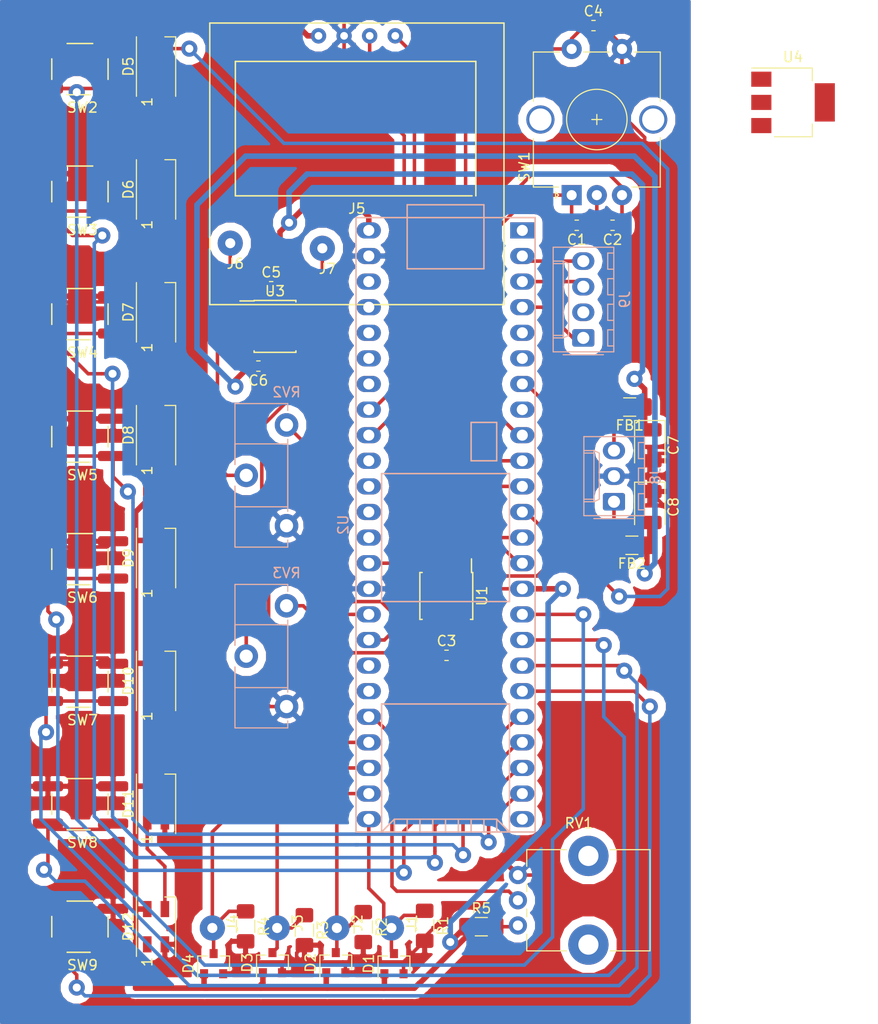
<source format=kicad_pcb>
(kicad_pcb (version 20171130) (host pcbnew "(5.0.1-3-g963ef8bb5)")
  (layers (0 F.Cu signal) (31 B.Cu signal) (34 B.Paste user) (35 F.Paste user) (36 B.SilkS user) (37 F.SilkS user) (38 B.Mask user) (39 F.Mask user) (44 Edge.Cuts user))
  (net 0 "")
  (net 1 GND)
  (net 2 /menu_a)
  (net 3 +3V3)
  (net 4 /select)
  (net 5 +5V)
  (net 6 -5V)
  (net 7 /cv1)
  (net 8 /cv2)
  (net 9 /cv3)
  (net 10 /cv4)
  (net 11 "Net-(D5-Pad1)")
  (net 12 /pix)
  (net 13 "Net-(D6-Pad1)")
  (net 14 "Net-(D7-Pad1)")
  (net 15 "Net-(D8-Pad1)")
  (net 16 "Net-(D10-Pad3)")
  (net 17 "Net-(D10-Pad1)")
  (net 18 "Net-(D11-Pad1)")
  (net 19 "Net-(FB1-Pad2)")
  (net 20 "Net-(FB2-Pad2)")
  (net 21 /scl)
  (net 22 /sda)
  (net 23 "Net-(J6-Pad1)")
  (net 24 "Net-(J7-Pad1)")
  (net 25 /odd~even)
  (net 26 /v-sync)
  (net 27 /h-sync)
  (net 28 "Net-(R5-Pad2)")
  (net 29 /sens)
  (net 30 /dac0)
  (net 31 "Net-(RV2-Pad2)")
  (net 32 "Net-(RV3-Pad2)")
  (net 33 /dac1)
  (net 34 /sw5)
  (net 35 /sw6)
  (net 36 /sw7)
  (net 37 /sw8)
  (net 38 /sw1)
  (net 39 /sw2)
  (net 40 /sw3)
  (net 41 /sw4)
  (net 42 /cs)
  (net 43 /sck)
  (net 44 /miso)
  (net 45 /mosi)
  (net 46 /menu_b)
  (module synkie_footprints:Alps_Tactile_Switch (layer F.Cu) (at 122.235 43.18)
    (fp_text reference SW2 (at -2.286 8.128) (layer F.SilkS))
    (fp_text value SW_Push)
    (pad 2 smd roundrect (at 0.755 6.24) (size 3 1) (layers F.Cu F.Paste F.Mask) (net 34 /sw5))
    (pad 2 smd roundrect (at -5.715 6.24) (size 3 1) (layers F.Cu F.Paste F.Mask) (net 34 /sw5))
    (pad 1 smd roundrect (at 0.755 2.54) (size 3 1) (layers F.Cu F.Paste F.Mask) (net 1 GND))
    (pad 1 smd roundrect (at -5.715 2.54) (size 3 1) (layers F.Cu F.Paste F.Mask) (net 1 GND))
  )
  (module synkie_footprints:Alps_Tactile_Switch (layer F.Cu) (at 122.235 55.335714)
    (fp_text reference SW3 (at -2.286 8.128) (layer F.SilkS))
    (fp_text value SW_Push)
    (pad 2 smd roundrect (at 0.755 6.24) (size 3 1) (layers F.Cu F.Paste F.Mask) (net 35 /sw6))
    (pad 2 smd roundrect (at -5.715 6.24) (size 3 1) (layers F.Cu F.Paste F.Mask) (net 35 /sw6))
    (pad 1 smd roundrect (at 0.755 2.54) (size 3 1) (layers F.Cu F.Paste F.Mask) (net 1 GND))
    (pad 1 smd roundrect (at -5.715 2.54) (size 3 1) (layers F.Cu F.Paste F.Mask) (net 1 GND))
  )
  (module synkie_footprints:Alps_Tactile_Switch (layer F.Cu) (at 122.235 67.491428)
    (fp_text reference SW4 (at -2.286 8.128) (layer F.SilkS))
    (fp_text value SW_Push)
    (pad 2 smd roundrect (at 0.755 6.24) (size 3 1) (layers F.Cu F.Paste F.Mask) (net 36 /sw7))
    (pad 2 smd roundrect (at -5.715 6.24) (size 3 1) (layers F.Cu F.Paste F.Mask) (net 36 /sw7))
    (pad 1 smd roundrect (at 0.755 2.54) (size 3 1) (layers F.Cu F.Paste F.Mask) (net 1 GND))
    (pad 1 smd roundrect (at -5.715 2.54) (size 3 1) (layers F.Cu F.Paste F.Mask) (net 1 GND))
  )
  (module synkie_footprints:Alps_Tactile_Switch (layer F.Cu) (at 122.235 79.647142)
    (fp_text reference SW5 (at -2.286 8.128) (layer F.SilkS))
    (fp_text value SW_Push)
    (pad 2 smd roundrect (at 0.755 6.24) (size 3 1) (layers F.Cu F.Paste F.Mask) (net 37 /sw8))
    (pad 2 smd roundrect (at -5.715 6.24) (size 3 1) (layers F.Cu F.Paste F.Mask) (net 37 /sw8))
    (pad 1 smd roundrect (at 0.755 2.54) (size 3 1) (layers F.Cu F.Paste F.Mask) (net 1 GND))
    (pad 1 smd roundrect (at -5.715 2.54) (size 3 1) (layers F.Cu F.Paste F.Mask) (net 1 GND))
  )
  (module synkie_footprints:Alps_Tactile_Switch (layer F.Cu) (at 122.235 91.802856)
    (fp_text reference SW6 (at -2.286 8.128) (layer F.SilkS))
    (fp_text value SW_Push)
    (pad 2 smd roundrect (at 0.755 6.24) (size 3 1) (layers F.Cu F.Paste F.Mask) (net 38 /sw1))
    (pad 2 smd roundrect (at -5.715 6.24) (size 3 1) (layers F.Cu F.Paste F.Mask) (net 38 /sw1))
    (pad 1 smd roundrect (at 0.755 2.54) (size 3 1) (layers F.Cu F.Paste F.Mask) (net 1 GND))
    (pad 1 smd roundrect (at -5.715 2.54) (size 3 1) (layers F.Cu F.Paste F.Mask) (net 1 GND))
  )
  (module synkie_footprints:Alps_Tactile_Switch (layer F.Cu) (at 122.235 103.95857)
    (fp_text reference SW7 (at -2.286 8.128) (layer F.SilkS))
    (fp_text value SW_Push)
    (pad 2 smd roundrect (at 0.755 6.24) (size 3 1) (layers F.Cu F.Paste F.Mask) (net 39 /sw2))
    (pad 2 smd roundrect (at -5.715 6.24) (size 3 1) (layers F.Cu F.Paste F.Mask) (net 39 /sw2))
    (pad 1 smd roundrect (at 0.755 2.54) (size 3 1) (layers F.Cu F.Paste F.Mask) (net 1 GND))
    (pad 1 smd roundrect (at -5.715 2.54) (size 3 1) (layers F.Cu F.Paste F.Mask) (net 1 GND))
  )
  (module synkie_footprints:Alps_Tactile_Switch (layer F.Cu) (at 122.235 116.114284)
    (fp_text reference SW8 (at -2.286 8.128) (layer F.SilkS))
    (fp_text value SW_Push)
    (pad 2 smd roundrect (at 0.755 6.24) (size 3 1) (layers F.Cu F.Paste F.Mask) (net 40 /sw3))
    (pad 2 smd roundrect (at -5.715 6.24) (size 3 1) (layers F.Cu F.Paste F.Mask) (net 40 /sw3))
    (pad 1 smd roundrect (at 0.755 2.54) (size 3 1) (layers F.Cu F.Paste F.Mask) (net 1 GND))
    (pad 1 smd roundrect (at -5.715 2.54) (size 3 1) (layers F.Cu F.Paste F.Mask) (net 1 GND))
  )
  (module synkie_footprints:Alps_Tactile_Switch (layer F.Cu) (at 122.235 128.27)
    (fp_text reference SW9 (at -2.286 8.128) (layer F.SilkS))
    (fp_text value SW_Push)
    (pad 2 smd roundrect (at 0.755 6.24) (size 3 1) (layers F.Cu F.Paste F.Mask) (net 41 /sw4))
    (pad 2 smd roundrect (at -5.715 6.24) (size 3 1) (layers F.Cu F.Paste F.Mask) (net 41 /sw4))
    (pad 1 smd roundrect (at 0.755 2.54) (size 3 1) (layers F.Cu F.Paste F.Mask) (net 1 GND))
    (pad 1 smd roundrect (at -5.715 2.54) (size 3 1) (layers F.Cu F.Paste F.Mask) (net 1 GND))
  )
  (module synkie_footprints:C_0603_1608Metric_Pad1.05x0.95mm_HandSolder (layer F.Cu) (at 169.023 62.992 180)
    (fp_text reference C1 (at 0 -1.43 180) (layer F.SilkS))
    (fp_text value 100n)
    (pad 1 smd roundrect (at -0.875 0 180) (size 1.05 0.95) (layers F.Cu F.Paste F.Mask) (net 1 GND))
    (pad 2 smd roundrect (at 0.875 0 180) (size 1.05 0.95) (layers F.Cu F.Paste F.Mask) (net 2 /menu_a))
  )
  (module synkie_footprints:C_0603_1608Metric_Pad1.05x0.95mm_HandSolder (layer F.Cu) (at 172.579 62.992 180)
    (fp_text reference C2 (at 0 -1.43 180) (layer F.SilkS))
    (fp_text value 100n)
    (pad 2 smd roundrect (at 0.875 0 180) (size 1.05 0.95) (layers F.Cu F.Paste F.Mask) (net 1 GND))
    (pad 1 smd roundrect (at -0.875 0 180) (size 1.05 0.95) (layers F.Cu F.Paste F.Mask) (net 46 /menu_b))
  )
  (module synkie_footprints:C_0603_1608Metric_Pad1.05x0.95mm_HandSolder (layer F.Cu) (at 156.097 105.664)
    (fp_text reference C3 (at 0 -1.43) (layer F.SilkS))
    (fp_text value C)
    (pad 2 smd roundrect (at 0.875 0) (size 1.05 0.95) (layers F.Cu F.Paste F.Mask) (net 3 +3V3))
    (pad 1 smd roundrect (at -0.875 0) (size 1.05 0.95) (layers F.Cu F.Paste F.Mask) (net 1 GND))
  )
  (module synkie_footprints:C_0603_1608Metric_Pad1.05x0.95mm_HandSolder (layer F.Cu) (at 170.688 43.18)
    (fp_text reference C4 (at 0 -1.43) (layer F.SilkS))
    (fp_text value 100n)
    (pad 1 smd roundrect (at -0.875 0) (size 1.05 0.95) (layers F.Cu F.Paste F.Mask) (net 4 /select))
    (pad 2 smd roundrect (at 0.875 0) (size 1.05 0.95) (layers F.Cu F.Paste F.Mask) (net 1 GND))
  )
  (module synkie_footprints:C_0603_1608Metric_Pad1.05x0.95mm_HandSolder (layer F.Cu) (at 138.684 69.088)
    (fp_text reference C5 (at 0 -1.43) (layer F.SilkS))
    (fp_text value C)
    (pad 1 smd roundrect (at -0.875 0) (size 1.05 0.95) (layers F.Cu F.Paste F.Mask) (net 1 GND))
    (pad 2 smd roundrect (at 0.875 0) (size 1.05 0.95) (layers F.Cu F.Paste F.Mask) (net 5 +5V))
  )
  (module synkie_footprints:C_0603_1608Metric_Pad1.05x0.95mm_HandSolder (layer F.Cu) (at 137.414 76.962 180)
    (fp_text reference C6 (at 0 -1.43 180) (layer F.SilkS))
    (fp_text value C)
    (pad 2 smd roundrect (at 0.875 0 180) (size 1.05 0.95) (layers F.Cu F.Paste F.Mask) (net 6 -5V))
    (pad 1 smd roundrect (at -0.875 0 180) (size 1.05 0.95) (layers F.Cu F.Paste F.Mask) (net 1 GND))
  )
  (module Capacitor_Tantalum_SMD:CP_EIA-3528-21_Kemet-B (layer F.Cu) (at 176.276 84.8225 270)
    (fp_text reference C7 (at 0 -2.35 270) (layer F.SilkS))
    (fp_text value 10u)
    (pad 2 smd roundrect (at 1.5375 0 270) (size 1.325 2.35) (layers F.Cu F.Paste F.Mask) (roundrect_rratio 0.188679) (net 1 GND))
    (pad 1 smd roundrect (at -1.5375 0 270) (size 1.325 2.35) (layers F.Cu F.Paste F.Mask) (roundrect_rratio 0.188679) (net 5 +5V))
  )
  (module Capacitor_Tantalum_SMD:CP_EIA-3528-21_Kemet-B (layer F.Cu) (at 176.276 90.9455 270)
    (fp_text reference C8 (at 0 -2.35 270) (layer F.SilkS))
    (fp_text value 10u)
    (pad 1 smd roundrect (at -1.5375 0 270) (size 1.325 2.35) (layers F.Cu F.Paste F.Mask) (roundrect_rratio 0.188679) (net 1 GND))
    (pad 2 smd roundrect (at 1.5375 0 270) (size 1.325 2.35) (layers F.Cu F.Paste F.Mask) (roundrect_rratio 0.188679) (net 6 -5V))
  )
  (module Package_TO_SOT_SMD:SOT-23 (layer F.Cu) (at 150.876 136.255 90)
    (fp_text reference D1 (at 0 -2.5 90) (layer F.SilkS))
    (fp_text value BAT54S)
    (pad 1 smd rect (at -1 -0.95 90) (size 0.9 0.8) (layers F.Cu F.Paste F.Mask) (net 3 +3V3))
    (pad 2 smd rect (at -1 0.95 90) (size 0.9 0.8) (layers F.Cu F.Paste F.Mask) (net 1 GND))
    (pad 3 smd rect (at 1 0 90) (size 0.9 0.8) (layers F.Cu F.Paste F.Mask) (net 7 /cv1))
  )
  (module Package_TO_SOT_SMD:SOT-23 (layer F.Cu) (at 145.1 136.16 90)
    (fp_text reference D2 (at 0 -2.5 90) (layer F.SilkS))
    (fp_text value BAT54S)
    (pad 3 smd rect (at 1 0 90) (size 0.9 0.8) (layers F.Cu F.Paste F.Mask) (net 8 /cv2))
    (pad 2 smd rect (at -1 0.95 90) (size 0.9 0.8) (layers F.Cu F.Paste F.Mask) (net 1 GND))
    (pad 1 smd rect (at -1 -0.95 90) (size 0.9 0.8) (layers F.Cu F.Paste F.Mask) (net 3 +3V3))
  )
  (module Package_TO_SOT_SMD:SOT-23 (layer F.Cu) (at 138.811 136.16 90)
    (fp_text reference D3 (at 0 -2.5 90) (layer F.SilkS))
    (fp_text value BAT54S)
    (pad 1 smd rect (at -1 -0.95 90) (size 0.9 0.8) (layers F.Cu F.Paste F.Mask) (net 3 +3V3))
    (pad 2 smd rect (at -1 0.95 90) (size 0.9 0.8) (layers F.Cu F.Paste F.Mask) (net 1 GND))
    (pad 3 smd rect (at 1 0 90) (size 0.9 0.8) (layers F.Cu F.Paste F.Mask) (net 9 /cv3))
  )
  (module Package_TO_SOT_SMD:SOT-23 (layer F.Cu) (at 132.969 136.255 90)
    (fp_text reference D4 (at 0 -2.5 90) (layer F.SilkS))
    (fp_text value BAT54S)
    (pad 3 smd rect (at 1 0 90) (size 0.9 0.8) (layers F.Cu F.Paste F.Mask) (net 10 /cv4))
    (pad 2 smd rect (at -1 0.95 90) (size 0.9 0.8) (layers F.Cu F.Paste F.Mask) (net 1 GND))
    (pad 1 smd rect (at -1 -0.95 90) (size 0.9 0.8) (layers F.Cu F.Paste F.Mask) (net 3 +3V3))
  )
  (module LED_SMD:LED_SK6812MINI_PLCC4_3.5x3.5mm_P1.75mm (layer F.Cu) (at 127.254 47.244 90)
    (fp_text reference D5 (at 0 -2.75 90) (layer F.SilkS))
    (fp_text value SK6812MINI)
    (fp_text user 1 (at -3.5 -0.875 90) (layer F.SilkS))
    (pad 1 smd rect (at -1.75 -0.875 90) (size 1.6 0.85) (layers F.Cu F.Paste F.Mask) (net 11 "Net-(D5-Pad1)"))
    (pad 2 smd rect (at -1.75 0.875 90) (size 1.6 0.85) (layers F.Cu F.Paste F.Mask) (net 1 GND))
    (pad 4 smd rect (at 1.75 -0.875 90) (size 1.6 0.85) (layers F.Cu F.Paste F.Mask) (net 3 +3V3))
    (pad 3 smd rect (at 1.75 0.875 90) (size 1.6 0.85) (layers F.Cu F.Paste F.Mask) (net 12 /pix))
  )
  (module LED_SMD:LED_SK6812MINI_PLCC4_3.5x3.5mm_P1.75mm (layer F.Cu) (at 127.254 59.436 90)
    (fp_text reference D6 (at 0 -2.75 90) (layer F.SilkS))
    (fp_text value SK6812MINI)
    (fp_text user 1 (at -3.5 -0.875 90) (layer F.SilkS))
    (pad 3 smd rect (at 1.75 0.875 90) (size 1.6 0.85) (layers F.Cu F.Paste F.Mask) (net 11 "Net-(D5-Pad1)"))
    (pad 4 smd rect (at 1.75 -0.875 90) (size 1.6 0.85) (layers F.Cu F.Paste F.Mask) (net 3 +3V3))
    (pad 2 smd rect (at -1.75 0.875 90) (size 1.6 0.85) (layers F.Cu F.Paste F.Mask) (net 1 GND))
    (pad 1 smd rect (at -1.75 -0.875 90) (size 1.6 0.85) (layers F.Cu F.Paste F.Mask) (net 13 "Net-(D6-Pad1)"))
  )
  (module LED_SMD:LED_SK6812MINI_PLCC4_3.5x3.5mm_P1.75mm (layer F.Cu) (at 127.254 71.628 90)
    (fp_text reference D7 (at 0 -2.75 90) (layer F.SilkS))
    (fp_text value SK6812MINI)
    (fp_text user 1 (at -3.5 -0.875 90) (layer F.SilkS))
    (pad 1 smd rect (at -1.75 -0.875 90) (size 1.6 0.85) (layers F.Cu F.Paste F.Mask) (net 14 "Net-(D7-Pad1)"))
    (pad 2 smd rect (at -1.75 0.875 90) (size 1.6 0.85) (layers F.Cu F.Paste F.Mask) (net 1 GND))
    (pad 4 smd rect (at 1.75 -0.875 90) (size 1.6 0.85) (layers F.Cu F.Paste F.Mask) (net 3 +3V3))
    (pad 3 smd rect (at 1.75 0.875 90) (size 1.6 0.85) (layers F.Cu F.Paste F.Mask) (net 13 "Net-(D6-Pad1)"))
  )
  (module LED_SMD:LED_SK6812MINI_PLCC4_3.5x3.5mm_P1.75mm (layer F.Cu) (at 127.254 83.82 90)
    (fp_text reference D8 (at 0 -2.75 90) (layer F.SilkS))
    (fp_text value SK6812MINI)
    (fp_text user 1 (at -3.5 -0.875 90) (layer F.SilkS))
    (pad 3 smd rect (at 1.75 0.875 90) (size 1.6 0.85) (layers F.Cu F.Paste F.Mask) (net 14 "Net-(D7-Pad1)"))
    (pad 4 smd rect (at 1.75 -0.875 90) (size 1.6 0.85) (layers F.Cu F.Paste F.Mask) (net 3 +3V3))
    (pad 2 smd rect (at -1.75 0.875 90) (size 1.6 0.85) (layers F.Cu F.Paste F.Mask) (net 1 GND))
    (pad 1 smd rect (at -1.75 -0.875 90) (size 1.6 0.85) (layers F.Cu F.Paste F.Mask) (net 15 "Net-(D8-Pad1)"))
  )
  (module LED_SMD:LED_SK6812MINI_PLCC4_3.5x3.5mm_P1.75mm (layer F.Cu) (at 127.254 96.012 90)
    (fp_text reference D9 (at 0 -2.75 90) (layer F.SilkS))
    (fp_text value SK6812MINI)
    (fp_text user 1 (at -3.5 -0.875 90) (layer F.SilkS))
    (pad 1 smd rect (at -1.75 -0.875 90) (size 1.6 0.85) (layers F.Cu F.Paste F.Mask) (net 16 "Net-(D10-Pad3)"))
    (pad 2 smd rect (at -1.75 0.875 90) (size 1.6 0.85) (layers F.Cu F.Paste F.Mask) (net 1 GND))
    (pad 4 smd rect (at 1.75 -0.875 90) (size 1.6 0.85) (layers F.Cu F.Paste F.Mask) (net 3 +3V3))
    (pad 3 smd rect (at 1.75 0.875 90) (size 1.6 0.85) (layers F.Cu F.Paste F.Mask) (net 15 "Net-(D8-Pad1)"))
  )
  (module LED_SMD:LED_SK6812MINI_PLCC4_3.5x3.5mm_P1.75mm (layer F.Cu) (at 127.254 108.204 90)
    (fp_text reference D10 (at 0 -2.75 90) (layer F.SilkS))
    (fp_text value SK6812MINI)
    (fp_text user 1 (at -3.5 -0.875 90) (layer F.SilkS))
    (pad 3 smd rect (at 1.75 0.875 90) (size 1.6 0.85) (layers F.Cu F.Paste F.Mask) (net 16 "Net-(D10-Pad3)"))
    (pad 4 smd rect (at 1.75 -0.875 90) (size 1.6 0.85) (layers F.Cu F.Paste F.Mask) (net 3 +3V3))
    (pad 2 smd rect (at -1.75 0.875 90) (size 1.6 0.85) (layers F.Cu F.Paste F.Mask) (net 1 GND))
    (pad 1 smd rect (at -1.75 -0.875 90) (size 1.6 0.85) (layers F.Cu F.Paste F.Mask) (net 17 "Net-(D10-Pad1)"))
  )
  (module LED_SMD:LED_SK6812MINI_PLCC4_3.5x3.5mm_P1.75mm (layer F.Cu) (at 127.254 120.396 90)
    (fp_text reference D11 (at 0 -2.75 90) (layer F.SilkS))
    (fp_text value SK6812MINI)
    (fp_text user 1 (at -3.5 -0.875 90) (layer F.SilkS))
    (pad 1 smd rect (at -1.75 -0.875 90) (size 1.6 0.85) (layers F.Cu F.Paste F.Mask) (net 18 "Net-(D11-Pad1)"))
    (pad 2 smd rect (at -1.75 0.875 90) (size 1.6 0.85) (layers F.Cu F.Paste F.Mask) (net 1 GND))
    (pad 4 smd rect (at 1.75 -0.875 90) (size 1.6 0.85) (layers F.Cu F.Paste F.Mask) (net 3 +3V3))
    (pad 3 smd rect (at 1.75 0.875 90) (size 1.6 0.85) (layers F.Cu F.Paste F.Mask) (net 17 "Net-(D10-Pad1)"))
  )
  (module LED_SMD:LED_SK6812MINI_PLCC4_3.5x3.5mm_P1.75mm (layer F.Cu) (at 127.254 132.588 90)
    (fp_text reference D12 (at 0 -2.75 90) (layer F.SilkS))
    (fp_text value SK6812MINI)
    (fp_text user 1 (at -3.5 -0.875 90) (layer F.SilkS))
    (pad 3 smd rect (at 1.75 0.875 90) (size 1.6 0.85) (layers F.Cu F.Paste F.Mask) (net 18 "Net-(D11-Pad1)"))
    (pad 4 smd rect (at 1.75 -0.875 90) (size 1.6 0.85) (layers F.Cu F.Paste F.Mask) (net 3 +3V3))
    (pad 2 smd rect (at -1.75 0.875 90) (size 1.6 0.85) (layers F.Cu F.Paste F.Mask) (net 1 GND))
    (pad 1 smd rect (at -1.75 -0.875 90) (size 1.6 0.85) (layers F.Cu F.Paste F.Mask))
  )
  (module Inductor_SMD:L_1206_3216Metric_Pad1.42x1.75mm_HandSolder (layer F.Cu) (at 174.2805 81.026 180)
    (fp_text reference FB1 (at 0 -1.82 180) (layer F.SilkS))
    (fp_text value Ferrite_Bead)
    (pad 1 smd roundrect (at -1.4875 0 180) (size 1.425 1.75) (layers F.Cu F.Paste F.Mask) (roundrect_rratio 0.175439) (net 5 +5V))
    (pad 2 smd roundrect (at 1.4875 0 180) (size 1.425 1.75) (layers F.Cu F.Paste F.Mask) (roundrect_rratio 0.175439) (net 19 "Net-(FB1-Pad2)"))
  )
  (module Inductor_SMD:L_1206_3216Metric_Pad1.42x1.75mm_HandSolder (layer F.Cu) (at 174.498 94.742 180)
    (fp_text reference FB2 (at 0 -1.82 180) (layer F.SilkS))
    (fp_text value Ferrite_Bead)
    (pad 2 smd roundrect (at 1.4875 0 180) (size 1.425 1.75) (layers F.Cu F.Paste F.Mask) (roundrect_rratio 0.175439) (net 20 "Net-(FB2-Pad2)"))
    (pad 1 smd roundrect (at -1.4875 0 180) (size 1.425 1.75) (layers F.Cu F.Paste F.Mask) (roundrect_rratio 0.175439) (net 6 -5V))
  )
  (module synkie_footprints:Solderpad_1mm (layer F.Cu) (at 150.876 132.207 90)
    (fp_text reference J1 (at 0 1.778 90) (layer F.SilkS))
    (fp_text value CV-Octave)
    (pad 1 thru_hole circle (at -0.508 -0.254 90) (size 2.5 2.5) (drill 1) (layers *.Cu *.Mask) (net 7 /cv1))
  )
  (module synkie_footprints:Solderpad_1mm (layer F.Cu) (at 145.457333 132.207 90)
    (fp_text reference J2 (at 0 1.778 90) (layer F.SilkS))
    (fp_text value CV-Note)
    (pad 1 thru_hole circle (at -0.508 -0.254 90) (size 2.5 2.5) (drill 1) (layers *.Cu *.Mask) (net 8 /cv2))
  )
  (module synkie_footprints:Solderpad_1mm (layer F.Cu) (at 139.530666 132.207 90)
    (fp_text reference J3 (at 0 1.778 90) (layer F.SilkS))
    (fp_text value CV-Sens)
    (pad 1 thru_hole circle (at -0.508 -0.254 90) (size 2.5 2.5) (drill 1) (layers *.Cu *.Mask) (net 9 /cv3))
  )
  (module synkie_footprints:Solderpad_1mm (layer F.Cu) (at 133.096 132.207 90)
    (fp_text reference J4 (at 0 1.778 90) (layer F.SilkS))
    (fp_text value CV-Freq)
    (pad 1 thru_hole circle (at -0.508 -0.254 90) (size 2.5 2.5) (drill 1) (layers *.Cu *.Mask) (net 10 /cv4))
  )
  (module synkie_footprints:Bangood_I2C_Display (layer F.Cu) (at 147.828 54.356)
    (fp_text reference J5 (at -0.635 6.985) (layer F.SilkS))
    (fp_text value Display)
    (pad 1 thru_hole circle (at -4.445 -10.16) (size 1.524 1.524) (drill 0.762) (layers *.Cu *.Mask) (net 3 +3V3))
    (pad 2 thru_hole circle (at -1.905 -10.16) (size 1.524 1.524) (drill 0.762) (layers *.Cu *.Mask) (net 1 GND))
    (pad 3 thru_hole circle (at 0.635 -10.16) (size 1.524 1.524) (drill 0.762) (layers *.Cu *.Mask) (net 21 /scl))
    (pad 4 thru_hole circle (at 3.175 -10.16) (size 1.524 1.524) (drill 0.762) (layers *.Cu *.Mask) (net 22 /sda))
  )
  (module synkie_footprints:Solderpad_1mm (layer F.Cu) (at 135.128 65.024)
    (fp_text reference J6 (at 0 1.778) (layer F.SilkS))
    (fp_text value Out1)
    (pad 1 thru_hole circle (at -0.508 -0.254) (size 2.5 2.5) (drill 1) (layers *.Cu *.Mask) (net 23 "Net-(J6-Pad1)"))
  )
  (module synkie_footprints:Solderpad_1mm (layer F.Cu) (at 144.272 65.532)
    (fp_text reference J7 (at 0 1.778) (layer F.SilkS))
    (fp_text value Out2)
    (pad 1 thru_hole circle (at -0.508 -0.254) (size 2.5 2.5) (drill 1) (layers *.Cu *.Mask) (net 24 "Net-(J7-Pad1)"))
  )
  (module Connector_Molex:Molex_KK-254_AE-6410-03A_1x03_P2.54mm_Vertical (layer B.Cu) (at 172.72 90.424 90)
    (fp_text reference J8 (at 2.54 4.12 90) (layer B.SilkS) (effects (justify mirror)))
    (fp_text value Supply)
    (pad 1 thru_hole roundrect (at 0 0 90) (size 1.74 2.2) (drill 1.2) (layers *.Cu *.Mask) (roundrect_rratio 0.143678) (net 20 "Net-(FB2-Pad2)"))
    (pad 2 thru_hole oval (at 2.54 0 90) (size 1.74 2.2) (drill 1.2) (layers *.Cu *.Mask) (net 1 GND))
    (pad 3 thru_hole oval (at 5.08 0 90) (size 1.74 2.2) (drill 1.2) (layers *.Cu *.Mask) (net 19 "Net-(FB1-Pad2)"))
  )
  (module Connector_Molex:Molex_KK-254_AE-6410-04A_1x04_P2.54mm_Vertical (layer B.Cu) (at 169.672 74.168 90)
    (fp_text reference J9 (at 3.81 4.12 90) (layer B.SilkS) (effects (justify mirror)))
    (fp_text value Sync)
    (pad 1 thru_hole roundrect (at 0 0 90) (size 1.74 2.2) (drill 1.2) (layers *.Cu *.Mask) (roundrect_rratio 0.143678) (net 25 /odd~even))
    (pad 2 thru_hole oval (at 2.54 0 90) (size 1.74 2.2) (drill 1.2) (layers *.Cu *.Mask))
    (pad 3 thru_hole oval (at 5.08 0 90) (size 1.74 2.2) (drill 1.2) (layers *.Cu *.Mask) (net 26 /v-sync))
    (pad 4 thru_hole oval (at 7.62 0 90) (size 1.74 2.2) (drill 1.2) (layers *.Cu *.Mask) (net 27 /h-sync))
  )
  (module synkie_footprints:R_1206_3216Metric_Pad1.42x1.75mm_HandSolder (layer F.Cu) (at 153.924 132.4975 270)
    (fp_text reference R1 (at 0 -1.82 270) (layer F.SilkS))
    (fp_text value 47k)
    (pad 2 smd roundrect (at 1.4875 0 270) (size 1.425 1.75) (layers F.Cu F.Paste F.Mask) (roundrect_rratio 0.175439) (net 1 GND))
    (pad 1 smd roundrect (at -1.4875 0 270) (size 1.425 1.75) (layers F.Cu F.Paste F.Mask) (roundrect_rratio 0.175439) (net 7 /cv1))
  )
  (module synkie_footprints:R_1206_3216Metric_Pad1.42x1.75mm_HandSolder (layer F.Cu) (at 147.828 132.6245 270)
    (fp_text reference R2 (at 0 -1.82 270) (layer F.SilkS))
    (fp_text value 47k)
    (pad 1 smd roundrect (at -1.4875 0 270) (size 1.425 1.75) (layers F.Cu F.Paste F.Mask) (roundrect_rratio 0.175439) (net 8 /cv2))
    (pad 2 smd roundrect (at 1.4875 0 270) (size 1.425 1.75) (layers F.Cu F.Paste F.Mask) (roundrect_rratio 0.175439) (net 1 GND))
  )
  (module synkie_footprints:R_1206_3216Metric_Pad1.42x1.75mm_HandSolder (layer F.Cu) (at 141.986 132.9325 270)
    (fp_text reference R3 (at 0 -1.82 270) (layer F.SilkS))
    (fp_text value 47k)
    (pad 1 smd roundrect (at -1.4875 0 270) (size 1.425 1.75) (layers F.Cu F.Paste F.Mask) (roundrect_rratio 0.175439) (net 9 /cv3))
    (pad 2 smd roundrect (at 1.4875 0 270) (size 1.425 1.75) (layers F.Cu F.Paste F.Mask) (roundrect_rratio 0.175439) (net 1 GND))
  )
  (module synkie_footprints:R_1206_3216Metric_Pad1.42x1.75mm_HandSolder (layer F.Cu) (at 136.144 132.5515 270)
    (fp_text reference R4 (at 0 -1.82 270) (layer F.SilkS))
    (fp_text value 47k)
    (pad 2 smd roundrect (at 1.4875 0 270) (size 1.425 1.75) (layers F.Cu F.Paste F.Mask) (roundrect_rratio 0.175439) (net 1 GND))
    (pad 1 smd roundrect (at -1.4875 0 270) (size 1.425 1.75) (layers F.Cu F.Paste F.Mask) (roundrect_rratio 0.175439) (net 10 /cv4))
  )
  (module synkie_footprints:R_1206_3216Metric_Pad1.42x1.75mm_HandSolder (layer F.Cu) (at 159.5485 132.588)
    (fp_text reference R5 (at 0 -1.82) (layer F.SilkS))
    (fp_text value R)
    (pad 1 smd roundrect (at -1.4875 0) (size 1.425 1.75) (layers F.Cu F.Paste F.Mask) (roundrect_rratio 0.175439) (net 3 +3V3))
    (pad 2 smd roundrect (at 1.4875 0) (size 1.425 1.75) (layers F.Cu F.Paste F.Mask) (roundrect_rratio 0.175439) (net 28 "Net-(R5-Pad2)"))
  )
  (module synkie_footprints:Potentiometer_Alps_RK09K_Single_Vertical (layer F.Cu) (at 163.18 132.466)
    (fp_text reference RV1 (at 6.05 -10.15) (layer F.SilkS))
    (fp_text value R_POT)
    (pad 3 thru_hole circle (at 0 -5) (size 1.8 1.8) (drill 1) (layers *.Cu *.Mask) (net 1 GND))
    (pad 2 thru_hole circle (at 0 -2.5) (size 1.8 1.8) (drill 1) (layers *.Cu *.Mask) (net 29 /sens))
    (pad 1 thru_hole circle (at 0 0) (size 1.8 1.8) (drill 1) (layers *.Cu *.Mask) (net 28 "Net-(R5-Pad2)"))
    (pad "" np_thru_hole circle (at 7 -6.9) (size 4 4) (drill 2) (layers *.Cu *.Mask))
    (pad "" np_thru_hole circle (at 7 1.9) (size 4 4) (drill 2) (layers *.Cu *.Mask))
  )
  (module Potentiometer_THT:Potentiometer_ACP_CA14-H4_Horizontal (layer B.Cu) (at 140.208 82.804 180)
    (fp_text reference RV2 (at 0 3.25 180) (layer B.SilkS) (effects (justify mirror)))
    (fp_text value R_POT)
    (pad 1 thru_hole circle (at 0 0 180) (size 2.34 2.34) (drill 1.3) (layers *.Cu *.Mask) (net 30 /dac0))
    (pad 2 thru_hole circle (at 4 -5 180) (size 2.34 2.34) (drill 1.3) (layers *.Cu *.Mask) (net 31 "Net-(RV2-Pad2)"))
    (pad 3 thru_hole circle (at 0 -10 180) (size 2.34 2.34) (drill 1.3) (layers *.Cu *.Mask) (net 1 GND))
  )
  (module Potentiometer_THT:Potentiometer_ACP_CA14-H4_Horizontal (layer B.Cu) (at 140.208 100.744 180)
    (fp_text reference RV3 (at 0 3.25 180) (layer B.SilkS) (effects (justify mirror)))
    (fp_text value R_POT)
    (pad 3 thru_hole circle (at 0 -10 180) (size 2.34 2.34) (drill 1.3) (layers *.Cu *.Mask) (net 1 GND))
    (pad 2 thru_hole circle (at 4 -5 180) (size 2.34 2.34) (drill 1.3) (layers *.Cu *.Mask) (net 32 "Net-(RV3-Pad2)"))
    (pad 1 thru_hole circle (at 0 0 180) (size 2.34 2.34) (drill 1.3) (layers *.Cu *.Mask) (net 33 /dac1))
  )
  (module Rotary_Encoder:RotaryEncoder_Alps_EC12E-Switch_Vertical_H20mm_CircularMountingHoles (layer F.Cu) (at 168.516 60 90)
    (fp_text reference SW1 (at 2.8 -4.7 90) (layer F.SilkS))
    (fp_text value Rotary_Encoder_Switch)
    (pad S2 thru_hole circle (at 14.5 5 90) (size 2 2) (drill 1) (layers *.Cu *.Mask) (net 1 GND))
    (pad S1 thru_hole circle (at 14.5 0 90) (size 2 2) (drill 1) (layers *.Cu *.Mask) (net 4 /select))
    (pad MP thru_hole circle (at 7.5 8.1 90) (size 2.8 2.8) (drill 2.2) (layers *.Cu *.Mask))
    (pad MP thru_hole circle (at 7.5 -3.1 90) (size 2.8 2.8) (drill 2.2) (layers *.Cu *.Mask))
    (pad B thru_hole circle (at 0 5 90) (size 2 2) (drill 1) (layers *.Cu *.Mask) (net 46 /menu_b))
    (pad C thru_hole circle (at 0 2.5 90) (size 2 2) (drill 1) (layers *.Cu *.Mask) (net 1 GND))
    (pad A thru_hole rect (at 0 0 90) (size 2 2) (drill 1) (layers *.Cu *.Mask) (net 2 /menu_a))
  )
  (module Package_SO:TSSOP-14_4.4x5mm_P0.65mm (layer F.Cu) (at 156.071539 99.770001 270)
    (fp_text reference U1 (at 0 -3.55 270) (layer F.SilkS))
    (fp_text value AS5047D)
    (pad 1 smd rect (at -2.95 -1.95 270) (size 1.45 0.45) (layers F.Cu F.Paste F.Mask) (net 42 /cs))
    (pad 2 smd rect (at -2.95 -1.3 270) (size 1.45 0.45) (layers F.Cu F.Paste F.Mask) (net 43 /sck))
    (pad 3 smd rect (at -2.95 -0.65 270) (size 1.45 0.45) (layers F.Cu F.Paste F.Mask) (net 44 /miso))
    (pad 4 smd rect (at -2.95 0 270) (size 1.45 0.45) (layers F.Cu F.Paste F.Mask) (net 45 /mosi))
    (pad 5 smd rect (at -2.95 0.65 270) (size 1.45 0.45) (layers F.Cu F.Paste F.Mask))
    (pad 6 smd rect (at -2.95 1.3 270) (size 1.45 0.45) (layers F.Cu F.Paste F.Mask))
    (pad 7 smd rect (at -2.95 1.95 270) (size 1.45 0.45) (layers F.Cu F.Paste F.Mask))
    (pad 8 smd rect (at 2.95 1.95 270) (size 1.45 0.45) (layers F.Cu F.Paste F.Mask))
    (pad 9 smd rect (at 2.95 1.3 270) (size 1.45 0.45) (layers F.Cu F.Paste F.Mask))
    (pad 10 smd rect (at 2.95 0.65 270) (size 1.45 0.45) (layers F.Cu F.Paste F.Mask))
    (pad 11 smd rect (at 2.95 0 270) (size 1.45 0.45) (layers F.Cu F.Paste F.Mask) (net 3 +3V3) (clearance 0.1))
    (pad 12 smd rect (at 2.95 -0.65 270) (size 1.45 0.45) (layers F.Cu F.Paste F.Mask) (net 3 +3V3) (clearance 0.1))
    (pad 13 smd rect (at 2.95 -1.3 270) (size 1.45 0.45) (layers F.Cu F.Paste F.Mask) (net 1 GND))
    (pad 14 smd rect (at 2.95 -1.95 270) (size 1.45 0.45) (layers F.Cu F.Paste F.Mask))
  )
  (module synkie_footprints:SOIC-8_3.9x4.9mm_P1.27mm (layer F.Cu) (at 139.065 73.025)
    (fp_text reference U3 (at 0 -3.5) (layer F.SilkS))
    (fp_text value Opamp_Dual_Generic)
    (pad 1 smd rect (at -2.7 -1.905) (size 1.55 0.6) (layers F.Cu F.Paste F.Mask) (net 23 "Net-(J6-Pad1)"))
    (pad 2 smd rect (at -2.7 -0.635) (size 1.55 0.6) (layers F.Cu F.Paste F.Mask) (net 23 "Net-(J6-Pad1)"))
    (pad 3 smd rect (at -2.7 0.635) (size 1.55 0.6) (layers F.Cu F.Paste F.Mask) (net 31 "Net-(RV2-Pad2)"))
    (pad 4 smd rect (at -2.7 1.905) (size 1.55 0.6) (layers F.Cu F.Paste F.Mask) (net 6 -5V))
    (pad 5 smd rect (at 2.7 1.905) (size 1.55 0.6) (layers F.Cu F.Paste F.Mask) (net 32 "Net-(RV3-Pad2)"))
    (pad 6 smd rect (at 2.7 0.635) (size 1.55 0.6) (layers F.Cu F.Paste F.Mask) (net 24 "Net-(J7-Pad1)"))
    (pad 7 smd rect (at 2.7 -0.635) (size 1.55 0.6) (layers F.Cu F.Paste F.Mask) (net 24 "Net-(J7-Pad1)"))
    (pad 8 smd rect (at 2.7 -1.905) (size 1.55 0.6) (layers F.Cu F.Paste F.Mask) (net 5 +5V))
  )
  (module synkie_footprints:Teensy35_36-light (layer B.Cu) (at 155.996 92.71 270)
    (fp_text reference U2 (at 0 10.16 270) (layer B.SilkS) (effects (justify mirror)))
    (fp_text value Teensy3.5)
    (pad 17 thru_hole oval (at 11.43 -7.62 270) (size 1.6 2.4) (drill 1.1) (layers *.Cu *.Mask) (net 39 /sw2))
    (pad 18 thru_hole oval (at 13.97 -7.62 270) (size 1.6 2.4) (drill 1.1) (layers *.Cu *.Mask) (net 40 /sw3))
    (pad 19 thru_hole oval (at 16.51 -7.62 270) (size 1.6 2.4) (drill 1.1) (layers *.Cu *.Mask) (net 41 /sw4))
    (pad 20 thru_hole oval (at 19.05 -7.62 270) (size 1.6 2.4) (drill 1.1) (layers *.Cu *.Mask) (net 34 /sw5))
    (pad 16 thru_hole oval (at 8.89 -7.62 270) (size 1.6 2.4) (drill 1.1) (layers *.Cu *.Mask) (net 38 /sw1))
    (pad 15 thru_hole oval (at 6.35 -7.62 270) (size 1.6 2.4) (drill 1.1) (layers *.Cu *.Mask) (net 3 +3V3))
    (pad 14 thru_hole oval (at 3.81 -7.62 270) (size 1.6 2.4) (drill 1.1) (layers *.Cu *.Mask) (net 44 /miso))
    (pad 21 thru_hole oval (at 21.59 -7.62 270) (size 1.6 2.4) (drill 1.1) (layers *.Cu *.Mask) (net 35 /sw6))
    (pad 22 thru_hole oval (at 24.13 -7.62 270) (size 1.6 2.4) (drill 1.1) (layers *.Cu *.Mask) (net 36 /sw7))
    (pad 23 thru_hole oval (at 26.67 -7.62 270) (size 1.6 2.4) (drill 1.1) (layers *.Cu *.Mask) (net 37 /sw8))
    (pad 24 thru_hole oval (at 29.21 -7.62 270) (size 1.6 2.4) (drill 1.1) (layers *.Cu *.Mask))
    (pad 30 thru_hole oval (at 29.21 7.62 270) (size 1.6 2.4) (drill 1.1) (layers *.Cu *.Mask) (net 7 /cv1))
    (pad 31 thru_hole oval (at 26.67 7.62 270) (size 1.6 2.4) (drill 1.1) (layers *.Cu *.Mask) (net 8 /cv2))
    (pad 32 thru_hole oval (at 24.13 7.62 270) (size 1.6 2.4) (drill 1.1) (layers *.Cu *.Mask) (net 9 /cv3))
    (pad 33 thru_hole oval (at 21.59 7.62 270) (size 1.6 2.4) (drill 1.1) (layers *.Cu *.Mask) (net 10 /cv4))
    (pad 34 thru_hole oval (at 19.05 7.62 270) (size 1.6 2.4) (drill 1.1) (layers *.Cu *.Mask) (net 29 /sens))
    (pad 35 thru_hole oval (at 16.51 7.62 270) (size 1.6 2.4) (drill 1.1) (layers *.Cu *.Mask))
    (pad 36 thru_hole oval (at 13.97 7.62 270) (size 1.6 2.4) (drill 1.1) (layers *.Cu *.Mask))
    (pad 37 thru_hole oval (at 11.43 7.62 270) (size 1.6 2.4) (drill 1.1) (layers *.Cu *.Mask) (net 30 /dac0))
    (pad 13 thru_hole oval (at 1.27 -7.62 270) (size 1.6 2.4) (drill 1.1) (layers *.Cu *.Mask) (net 45 /mosi))
    (pad 12 thru_hole oval (at -1.27 -7.62 270) (size 1.6 2.4) (drill 1.1) (layers *.Cu *.Mask) (net 42 /cs))
    (pad 11 thru_hole oval (at -3.81 -7.62 270) (size 1.6 2.4) (drill 1.1) (layers *.Cu *.Mask) (net 4 /select))
    (pad 10 thru_hole oval (at -6.35 -7.62 270) (size 1.6 2.4) (drill 1.1) (layers *.Cu *.Mask) (net 46 /menu_b))
    (pad 9 thru_hole oval (at -8.89 -7.62 270) (size 1.6 2.4) (drill 1.1) (layers *.Cu *.Mask) (net 2 /menu_a))
    (pad 8 thru_hole oval (at -11.43 -7.62 270) (size 1.6 2.4) (drill 1.1) (layers *.Cu *.Mask))
    (pad 7 thru_hole oval (at -13.97 -7.62 270) (size 1.6 2.4) (drill 1.1) (layers *.Cu *.Mask) (net 12 /pix))
    (pad 6 thru_hole oval (at -16.51 -7.62 270) (size 1.6 2.4) (drill 1.1) (layers *.Cu *.Mask))
    (pad 5 thru_hole oval (at -19.05 -7.62 270) (size 1.6 2.4) (drill 1.1) (layers *.Cu *.Mask))
    (pad 4 thru_hole oval (at -21.59 -7.62 270) (size 1.6 2.4) (drill 1.1) (layers *.Cu *.Mask) (net 25 /odd~even))
    (pad 3 thru_hole oval (at -24.13 -7.62 270) (size 1.6 2.4) (drill 1.1) (layers *.Cu *.Mask) (net 26 /v-sync))
    (pad 2 thru_hole oval (at -26.67 -7.62 270) (size 1.6 2.4) (drill 1.1) (layers *.Cu *.Mask) (net 27 /h-sync))
    (pad 1 thru_hole rect (at -29.21 -7.62 270) (size 1.6 2.4) (drill 1.1) (layers *.Cu *.Mask))
    (pad 38 thru_hole oval (at 8.89 7.62 270) (size 1.6 2.4) (drill 1.1) (layers *.Cu *.Mask) (net 33 /dac1))
    (pad 39 thru_hole oval (at 6.35 7.62 270) (size 1.6 2.4) (drill 1.1) (layers *.Cu *.Mask) (net 1 GND))
    (pad 40 thru_hole oval (at 3.81 7.62 270) (size 1.6 2.4) (drill 1.1) (layers *.Cu *.Mask) (net 43 /sck))
    (pad 41 thru_hole oval (at 1.27 7.62 270) (size 1.6 2.4) (drill 1.1) (layers *.Cu *.Mask))
    (pad 42 thru_hole oval (at -1.27 7.62 270) (size 1.6 2.4) (drill 1.1) (layers *.Cu *.Mask))
    (pad 43 thru_hole oval (at -3.81 7.62 270) (size 1.6 2.4) (drill 1.1) (layers *.Cu *.Mask))
    (pad 44 thru_hole oval (at -6.35 7.62 270) (size 1.6 2.4) (drill 1.1) (layers *.Cu *.Mask))
    (pad 45 thru_hole oval (at -8.89 7.62 270) (size 1.6 2.4) (drill 1.1) (layers *.Cu *.Mask) (net 22 /sda))
    (pad 46 thru_hole oval (at -11.43 7.62 270) (size 1.6 2.4) (drill 1.1) (layers *.Cu *.Mask) (net 21 /scl))
    (pad 47 thru_hole oval (at -13.97 7.62 270) (size 1.6 2.4) (drill 1.1) (layers *.Cu *.Mask))
    (pad 48 thru_hole oval (at -16.51 7.62 270) (size 1.6 2.4) (drill 1.1) (layers *.Cu *.Mask))
    (pad 49 thru_hole oval (at -19.05 7.62 270) (size 1.6 2.4) (drill 1.1) (layers *.Cu *.Mask))
    (pad 50 thru_hole oval (at -21.59 7.62 270) (size 1.6 2.4) (drill 1.1) (layers *.Cu *.Mask))
    (pad 51 thru_hole oval (at -24.13 7.62 270) (size 1.6 2.4) (drill 1.1) (layers *.Cu *.Mask))
    (pad 52 thru_hole oval (at -26.67 7.62 270) (size 1.6 2.4) (drill 1.1) (layers *.Cu *.Mask) (net 1 GND))
    (pad 53 thru_hole oval (at -29.21 7.62 270) (size 1.6 2.4) (drill 1.1) (layers *.Cu *.Mask) (net 5 +5V))
  )
  (module Package_TO_SOT_SMD:SOT-223-3_TabPin2 (layer F.Cu) (at 190.5 50.8)
    (fp_text reference U4 (at 0 -4.5) (layer F.SilkS))
    (fp_text value LD1117S33TR_SOT223)
    (pad 2 smd rect (at 3.15 0) (size 2 3.8) (layers F.Cu F.Paste F.Mask) (net 3 +3V3))
    (pad 2 smd rect (at -3.15 0) (size 2 1.5) (layers F.Cu F.Paste F.Mask) (net 3 +3V3))
    (pad 3 smd rect (at -3.15 2.3) (size 2 1.5) (layers F.Cu F.Paste F.Mask) (net 5 +5V))
    (pad 1 smd rect (at -3.15 -2.3) (size 2 1.5) (layers F.Cu F.Paste F.Mask) (net 1 GND))
  )
  (segment (start 151.826 136.083) (end 151.826 137.255) (width 0.35) (layer F.Cu) (net 1))
  (segment (start 153.924 133.985) (end 151.826 136.083) (width 0.35) (layer F.Cu) (net 1))
  (segment (start 135.841 136.083) (end 134.669 137.255) (width 0.35) (layer F.Cu) (net 1))
  (segment (start 134.669 137.255) (end 133.919 137.255) (width 0.35) (layer F.Cu) (net 1))
  (segment (start 136.144 135.78) (end 135.841 136.083) (width 0.35) (layer F.Cu) (net 1))
  (segment (start 136.144 134.039) (end 136.144 135.78) (width 0.35) (layer F.Cu) (net 1))
  (segment (start 141.214653 135.191347) (end 141.214653 135.565653) (width 0.35) (layer F.Cu) (net 1))
  (segment (start 141.986 134.42) (end 141.214653 135.191347) (width 0.35) (layer F.Cu) (net 1))
  (segment (start 141.214653 135.565653) (end 141.732 136.083) (width 0.35) (layer F.Cu) (net 1))
  (segment (start 139.761 136.36) (end 140.038 136.083) (width 0.35) (layer F.Cu) (net 1))
  (segment (start 139.761 137.16) (end 139.761 136.36) (width 0.35) (layer F.Cu) (net 1))
  (segment (start 140.208 136.083) (end 135.841 136.083) (width 0.35) (layer F.Cu) (net 1))
  (segment (start 140.038 136.083) (end 140.208 136.083) (width 0.35) (layer F.Cu) (net 1))
  (segment (start 141.732 136.083) (end 140.208 136.083) (width 0.35) (layer F.Cu) (net 1))
  (segment (start 146.05 136.36) (end 145.796 136.106) (width 0.35) (layer F.Cu) (net 1))
  (segment (start 146.05 137.16) (end 146.05 136.36) (width 0.35) (layer F.Cu) (net 1))
  (segment (start 145.796 136.083) (end 141.732 136.083) (width 0.35) (layer F.Cu) (net 1))
  (segment (start 145.796 136.106) (end 145.796 136.083) (width 0.35) (layer F.Cu) (net 1))
  (segment (start 147.828 134.112) (end 147.828 136.083) (width 0.35) (layer F.Cu) (net 1))
  (segment (start 147.828 136.083) (end 145.796 136.083) (width 0.35) (layer F.Cu) (net 1))
  (segment (start 151.826 136.083) (end 147.828 136.083) (width 0.35) (layer F.Cu) (net 1))
  (segment (start 140.208 92.804) (end 138.43 94.582) (width 0.35) (layer F.Cu) (net 1))
  (segment (start 138.43 108.966) (end 139.954 110.49) (width 0.35) (layer F.Cu) (net 1))
  (segment (start 138.43 94.582) (end 138.43 108.966) (width 0.35) (layer F.Cu) (net 1))
  (segment (start 139.954 110.49) (end 140.208 110.744) (width 0.35) (layer F.Cu) (net 1))
  (segment (start 138.289 69.568) (end 137.809 69.088) (width 0.35) (layer F.Cu) (net 1))
  (segment (start 138.289 76.962) (end 138.289 69.568) (width 0.35) (layer F.Cu) (net 1))
  (segment (start 137.809 60.819) (end 137.809 69.088) (width 0.35) (layer F.Cu) (net 1))
  (segment (start 157.371539 102.720001) (end 157.371539 101.237539) (width 0.35) (layer F.Cu) (net 1))
  (segment (start 157.371539 101.237539) (end 157.226 101.092) (width 0.35) (layer F.Cu) (net 1))
  (segment (start 157.226 101.092) (end 152.654 101.092) (width 0.35) (layer F.Cu) (net 1))
  (segment (start 150.622 99.06) (end 148.376 99.06) (width 0.35) (layer F.Cu) (net 1))
  (segment (start 152.654 101.092) (end 150.622 99.06) (width 0.35) (layer F.Cu) (net 1))
  (segment (start 154.722928 105.164928) (end 153.170928 105.164928) (width 0.35) (layer F.Cu) (net 1))
  (segment (start 155.222 105.664) (end 154.722928 105.164928) (width 0.35) (layer F.Cu) (net 1))
  (segment (start 152.654 104.648) (end 152.654 101.092) (width 0.35) (layer F.Cu) (net 1))
  (segment (start 153.170928 105.164928) (end 152.654 104.648) (width 0.35) (layer F.Cu) (net 1))
  (segment (start 163.18 127.466) (end 165.312 127.466) (width 0.35) (layer F.Cu) (net 1))
  (segment (start 165.312 127.466) (end 167.386 129.54) (width 0.35) (layer F.Cu) (net 1))
  (segment (start 167.386 129.54) (end 177.546 129.54) (width 0.35) (layer F.Cu) (net 1))
  (segment (start 177.546 129.54) (end 178.816 128.27) (width 0.35) (layer F.Cu) (net 1))
  (segment (start 178.816 91.948) (end 176.276 89.408) (width 0.35) (layer F.Cu) (net 1))
  (segment (start 178.816 128.27) (end 178.816 91.948) (width 0.35) (layer F.Cu) (net 1))
  (segment (start 176.276 87.884) (end 176.276 89.408) (width 0.35) (layer F.Cu) (net 1))
  (segment (start 172.72 87.884) (end 176.276 87.884) (width 0.35) (layer F.Cu) (net 1))
  (segment (start 176.276 86.36) (end 176.276 87.884) (width 0.35) (layer F.Cu) (net 1))
  (segment (start 173.516 45.133) (end 171.563 43.18) (width 0.35) (layer F.Cu) (net 1))
  (segment (start 173.516 45.5) (end 173.516 45.133) (width 0.35) (layer F.Cu) (net 1))
  (segment (start 171.016 62.304) (end 171.704 62.992) (width 0.35) (layer F.Cu) (net 1))
  (segment (start 171.016 60) (end 171.016 62.304) (width 0.35) (layer F.Cu) (net 1))
  (segment (start 169.898 62.992) (end 171.704 62.992) (width 0.35) (layer F.Cu) (net 1))
  (segment (start 171.704 62.992) (end 171.704 64.516) (width 0.35) (layer F.Cu) (net 1))
  (segment (start 171.704 64.516) (end 172.974 65.786) (width 0.35) (layer F.Cu) (net 1))
  (segment (start 173.516 46.914213) (end 173.516 45.5) (width 0.35) (layer F.Cu) (net 1))
  (segment (start 173.516 52.023001) (end 173.516 46.914213) (width 0.35) (layer F.Cu) (net 1))
  (segment (start 175.768 54.275001) (end 173.516 52.023001) (width 0.35) (layer F.Cu) (net 1))
  (segment (start 175.768 62.992) (end 175.768 54.275001) (width 0.35) (layer F.Cu) (net 1))
  (segment (start 172.974 65.786) (end 175.768 62.992) (width 0.35) (layer F.Cu) (net 1))
  (segment (start 145.923 44.196) (end 145.923 52.705) (width 0.35) (layer F.Cu) (net 1))
  (segment (start 138.176 60.452) (end 137.809 60.819) (width 0.35) (layer F.Cu) (net 1))
  (segment (start 138.43 60.198) (end 138.176 60.452) (width 0.35) (layer F.Cu) (net 1))
  (segment (start 149.926 66.04) (end 150.622 65.344) (width 0.35) (layer F.Cu) (net 1))
  (segment (start 148.376 66.04) (end 149.926 66.04) (width 0.35) (layer F.Cu) (net 1))
  (segment (start 150.622 57.404) (end 145.923 52.705) (width 0.35) (layer F.Cu) (net 1))
  (segment (start 150.622 65.344) (end 150.622 57.404) (width 0.35) (layer F.Cu) (net 1))
  (segment (start 129.06 134.338) (end 128.129 134.338) (width 0.35) (layer F.Cu) (net 1))
  (segment (start 130.302 133.096) (end 129.06 134.338) (width 0.35) (layer F.Cu) (net 1))
  (segment (start 129.766 48.994) (end 130.302 49.53) (width 0.35) (layer F.Cu) (net 1))
  (segment (start 128.129 48.994) (end 129.766 48.994) (width 0.35) (layer F.Cu) (net 1))
  (segment (start 130.274 122.146) (end 130.302 122.174) (width 0.35) (layer F.Cu) (net 1))
  (segment (start 128.129 122.146) (end 130.274 122.146) (width 0.35) (layer F.Cu) (net 1))
  (segment (start 130.302 122.174) (end 130.302 133.096) (width 0.35) (layer F.Cu) (net 1))
  (segment (start 128.129 109.954) (end 130.274 109.954) (width 0.35) (layer F.Cu) (net 1))
  (segment (start 130.274 109.954) (end 130.302 109.982) (width 0.35) (layer F.Cu) (net 1))
  (segment (start 128.932 97.79) (end 130.302 97.79) (width 0.35) (layer F.Cu) (net 1))
  (segment (start 128.129 97.762) (end 128.904 97.762) (width 0.35) (layer F.Cu) (net 1))
  (segment (start 130.302 97.79) (end 130.302 109.982) (width 0.35) (layer F.Cu) (net 1))
  (segment (start 128.904 97.762) (end 128.932 97.79) (width 0.35) (layer F.Cu) (net 1))
  (segment (start 130.076 85.57) (end 130.302 85.344) (width 0.35) (layer F.Cu) (net 1))
  (segment (start 128.129 85.57) (end 130.076 85.57) (width 0.35) (layer F.Cu) (net 1))
  (segment (start 130.302 85.344) (end 130.302 97.79) (width 0.35) (layer F.Cu) (net 1))
  (segment (start 130.274 73.378) (end 130.302 73.406) (width 0.35) (layer F.Cu) (net 1))
  (segment (start 130.302 73.406) (end 130.302 85.344) (width 0.35) (layer F.Cu) (net 1))
  (segment (start 128.129 73.378) (end 130.274 73.378) (width 0.35) (layer F.Cu) (net 1))
  (segment (start 128.129 61.186) (end 130.274 61.186) (width 0.35) (layer F.Cu) (net 1))
  (segment (start 130.274 61.186) (end 130.302 61.214) (width 0.35) (layer F.Cu) (net 1))
  (segment (start 130.302 61.214) (end 130.302 73.406) (width 0.35) (layer F.Cu) (net 1))
  (segment (start 116.52 45.72) (end 122.99 45.72) (width 0.35) (layer F.Cu) (net 1))
  (segment (start 115.94929 45.14929) (end 114.36271 45.14929) (width 0.35) (layer F.Cu) (net 1))
  (segment (start 116.52 45.72) (end 115.94929 45.14929) (width 0.35) (layer F.Cu) (net 1))
  (segment (start 115.94929 46.29071) (end 114.61671 46.29071) (width 0.35) (layer F.Cu) (net 1))
  (segment (start 116.52 45.72) (end 115.94929 46.29071) (width 0.35) (layer F.Cu) (net 1))
  (segment (start 114.61671 46.29071) (end 112.522 48.38542) (width 0.35) (layer F.Cu) (net 1))
  (segment (start 113.538 48.702) (end 116.52 45.72) (width 0.35) (layer F.Cu) (net 1))
  (segment (start 116.52 130.81) (end 113.538 130.81) (width 0.35) (layer F.Cu) (net 1))
  (segment (start 117.09071 70.602138) (end 116.52 70.031428) (width 0.35) (layer F.Cu) (net 1))
  (segment (start 122.41929 70.602138) (end 117.09071 70.602138) (width 0.35) (layer F.Cu) (net 1))
  (segment (start 122.99 70.031428) (end 122.41929 70.602138) (width 0.35) (layer F.Cu) (net 1))
  (segment (start 116.52 70.031428) (end 113.356572 70.031428) (width 0.35) (layer F.Cu) (net 1))
  (segment (start 113.356572 70.031428) (end 113.538 69.85) (width 0.35) (layer F.Cu) (net 1))
  (segment (start 122.99 57.875714) (end 116.52 57.875714) (width 0.35) (layer F.Cu) (net 1))
  (segment (start 113.538 57.912) (end 113.574286 57.875714) (width 0.35) (layer F.Cu) (net 1))
  (segment (start 113.538 69.85) (end 113.538 57.912) (width 0.35) (layer F.Cu) (net 1))
  (segment (start 113.574286 57.875714) (end 116.52 57.875714) (width 0.35) (layer F.Cu) (net 1))
  (segment (start 113.538 57.912) (end 113.538 48.702) (width 0.35) (layer F.Cu) (net 1))
  (segment (start 113.683142 82.187142) (end 116.52 82.187142) (width 0.35) (layer F.Cu) (net 1))
  (segment (start 113.538 82.042) (end 113.683142 82.187142) (width 0.35) (layer F.Cu) (net 1))
  (segment (start 113.538 82.042) (end 113.538 69.85) (width 0.35) (layer F.Cu) (net 1))
  (segment (start 116.52 82.187142) (end 122.99 82.187142) (width 0.35) (layer F.Cu) (net 1))
  (segment (start 113.646856 94.342856) (end 115.424856 94.342856) (width 0.35) (layer F.Cu) (net 1))
  (segment (start 113.538 94.234) (end 113.646856 94.342856) (width 0.35) (layer F.Cu) (net 1))
  (segment (start 113.538 94.234) (end 113.538 82.042) (width 0.35) (layer F.Cu) (net 1))
  (segment (start 115.424856 94.342856) (end 116.52 94.342856) (width 0.35) (layer F.Cu) (net 1))
  (segment (start 122.41929 94.913566) (end 122.99 94.342856) (width 0.35) (layer F.Cu) (net 1))
  (segment (start 117.09071 94.913566) (end 122.41929 94.913566) (width 0.35) (layer F.Cu) (net 1))
  (segment (start 116.52 94.342856) (end 117.09071 94.913566) (width 0.35) (layer F.Cu) (net 1))
  (segment (start 113.538 118.872) (end 113.755716 118.654284) (width 0.35) (layer F.Cu) (net 1))
  (segment (start 113.538 130.81) (end 113.538 118.872) (width 0.35) (layer F.Cu) (net 1))
  (segment (start 113.755716 118.654284) (end 116.52 118.654284) (width 0.35) (layer F.Cu) (net 1))
  (segment (start 116.52 118.654284) (end 122.99 118.654284) (width 0.35) (layer F.Cu) (net 1))
  (segment (start 116.52 130.81) (end 122.99 130.81) (width 0.35) (layer F.Cu) (net 1))
  (segment (start 113.538 130.81) (end 113.538 138.938) (width 0.35) (layer F.Cu) (net 1))
  (segment (start 113.538 138.938) (end 115.062 140.462) (width 0.35) (layer F.Cu) (net 1))
  (segment (start 178.816 139.954) (end 178.816 128.27) (width 0.35) (layer F.Cu) (net 1))
  (segment (start 178.308 140.462) (end 178.816 139.954) (width 0.35) (layer F.Cu) (net 1))
  (segment (start 159.512 140.462) (end 178.308 140.462) (width 0.35) (layer F.Cu) (net 1))
  (segment (start 115.062 140.462) (end 159.512 140.462) (width 0.35) (layer F.Cu) (net 1))
  (segment (start 138.045371 110.236) (end 130.302 110.236) (width 0.35) (layer F.Cu) (net 1))
  (segment (start 138.553371 110.744) (end 138.045371 110.236) (width 0.35) (layer F.Cu) (net 1))
  (segment (start 140.208 110.744) (end 138.553371 110.744) (width 0.35) (layer F.Cu) (net 1))
  (segment (start 130.302 110.236) (end 130.302 122.174) (width 0.35) (layer F.Cu) (net 1))
  (segment (start 130.302 109.982) (end 130.302 110.236) (width 0.35) (layer F.Cu) (net 1))
  (segment (start 122.41929 105.92786) (end 117.09071 105.92786) (width 0.35) (layer F.Cu) (net 1))
  (segment (start 117.09071 105.92786) (end 116.52 106.49857) (width 0.35) (layer F.Cu) (net 1))
  (segment (start 122.99 106.49857) (end 122.41929 105.92786) (width 0.35) (layer F.Cu) (net 1))
  (segment (start 113.78214 105.92786) (end 113.538 106.172) (width 0.35) (layer F.Cu) (net 1))
  (segment (start 116.52 106.49857) (end 115.94929 105.92786) (width 0.35) (layer F.Cu) (net 1))
  (segment (start 113.538 106.172) (end 113.538 94.234) (width 0.35) (layer F.Cu) (net 1))
  (segment (start 115.94929 105.92786) (end 113.78214 105.92786) (width 0.35) (layer F.Cu) (net 1))
  (segment (start 113.538 118.872) (end 113.538 106.172) (width 0.35) (layer F.Cu) (net 1))
  (segment (start 145.923 42.545) (end 145.288 41.91) (width 0.35) (layer F.Cu) (net 1))
  (segment (start 120.33 41.91) (end 116.52 45.72) (width 0.35) (layer F.Cu) (net 1))
  (segment (start 145.288 41.91) (end 120.33 41.91) (width 0.35) (layer F.Cu) (net 1))
  (segment (start 145.923 44.196) (end 145.923 42.926) (width 0.35) (layer F.Cu) (net 1))
  (segment (start 145.923 42.926) (end 145.923 42.545) (width 0.35) (layer F.Cu) (net 1))
  (segment (start 171.958 41.91) (end 171.563 42.305) (width 0.35) (layer F.Cu) (net 1))
  (segment (start 146.812 41.91) (end 171.958 41.91) (width 0.35) (layer F.Cu) (net 1))
  (segment (start 145.923 42.799) (end 146.812 41.91) (width 0.35) (layer F.Cu) (net 1))
  (segment (start 171.563 42.305) (end 171.563 43.18) (width 0.35) (layer F.Cu) (net 1))
  (segment (start 145.923 42.926) (end 145.923 42.799) (width 0.35) (layer F.Cu) (net 1))
  (segment (start 145.923 52.705) (end 145.796 52.832) (width 0.35) (layer F.Cu) (net 1))
  (segment (start 145.542 53.086) (end 145.796 52.832) (width 0.35) (layer F.Cu) (net 1))
  (segment (start 145.796 52.832) (end 138.176 60.452) (width 0.35) (layer F.Cu) (net 1))
  (segment (start 130.302 53.086) (end 145.542 53.086) (width 0.35) (layer F.Cu) (net 1))
  (segment (start 130.302 49.53) (end 130.302 53.086) (width 0.35) (layer F.Cu) (net 1))
  (segment (start 130.302 53.086) (end 130.302 61.214) (width 0.35) (layer F.Cu) (net 1))
  (segment (start 178.562 65.786) (end 175.768 62.992) (width 0.35) (layer F.Cu) (net 1))
  (segment (start 177.00921 85.62679) (end 178.562 85.62679) (width 0.35) (layer F.Cu) (net 1))
  (segment (start 178.562 85.62679) (end 178.562 65.786) (width 0.35) (layer F.Cu) (net 1))
  (segment (start 176.276 86.36) (end 177.00921 85.62679) (width 0.35) (layer F.Cu) (net 1))
  (segment (start 152.925856 105.41) (end 144.36699 105.41) (width 0.35) (layer F.Cu) (net 1))
  (segment (start 144.36699 106.58501) (end 140.208 110.744) (width 0.35) (layer F.Cu) (net 1))
  (segment (start 144.36699 105.41) (end 144.36699 106.58501) (width 0.35) (layer F.Cu) (net 1))
  (segment (start 153.170928 105.164928) (end 152.925856 105.41) (width 0.35) (layer F.Cu) (net 1))
  (segment (start 157.226 130.302) (end 158.9792 130.302) (width 0.35) (layer F.Cu) (net 1))
  (segment (start 159.512 130.8348) (end 159.512 140.462) (width 0.35) (layer F.Cu) (net 1))
  (segment (start 158.9792 130.302) (end 159.512 130.8348) (width 0.35) (layer F.Cu) (net 1))
  (segment (start 153.924 133.604) (end 157.226 130.302) (width 0.35) (layer F.Cu) (net 1))
  (segment (start 153.924 133.985) (end 153.924 133.604) (width 0.35) (layer F.Cu) (net 1))
  (segment (start 168.516 62.624) (end 168.148 62.992) (width 0.35) (layer F.Cu) (net 2))
  (segment (start 168.516 60) (end 168.516 62.624) (width 0.35) (layer F.Cu) (net 2))
  (segment (start 160.02 80.624) (end 163.216 83.82) (width 0.35) (layer F.Cu) (net 2))
  (segment (start 160.02 64.420998) (end 160.02 80.624) (width 0.35) (layer F.Cu) (net 2))
  (segment (start 164.440998 60) (end 160.02 64.420998) (width 0.35) (layer F.Cu) (net 2))
  (segment (start 163.216 83.82) (end 163.616 83.82) (width 0.35) (layer F.Cu) (net 2))
  (segment (start 168.516 60) (end 164.440998 60) (width 0.35) (layer F.Cu) (net 2))
  (segment (start 149.926 137.255) (end 149.926 137.87999) (width 0.55) (layer F.Cu) (net 3))
  (segment (start 132.019 138.623) (end 132.019 137.255) (width 0.55) (layer F.Cu) (net 3))
  (segment (start 132.08 138.684) (end 132.019 138.623) (width 0.55) (layer F.Cu) (net 3))
  (segment (start 149.926 138.618) (end 149.86 138.684) (width 0.55) (layer F.Cu) (net 3))
  (segment (start 149.926 137.255) (end 149.926 138.618) (width 0.55) (layer F.Cu) (net 3))
  (segment (start 137.668 138.353) (end 137.668 138.684) (width 0.55) (layer F.Cu) (net 3))
  (segment (start 137.861 137.16) (end 137.861 138.16) (width 0.55) (layer F.Cu) (net 3))
  (segment (start 137.861 138.16) (end 137.668 138.353) (width 0.55) (layer F.Cu) (net 3))
  (segment (start 144.15 138.562) (end 144.272 138.684) (width 0.55) (layer F.Cu) (net 3))
  (segment (start 144.272 138.684) (end 137.668 138.684) (width 0.55) (layer F.Cu) (net 3))
  (segment (start 144.15 137.16) (end 144.15 138.562) (width 0.55) (layer F.Cu) (net 3))
  (segment (start 149.86 138.684) (end 144.272 138.684) (width 0.55) (layer F.Cu) (net 3))
  (segment (start 125.704 45.494) (end 125.478 45.72) (width 0.25) (layer F.Cu) (net 3))
  (segment (start 126.379 45.494) (end 125.704 45.494) (width 0.25) (layer F.Cu) (net 3))
  (segment (start 125.222 138.684) (end 132.334 138.684) (width 0.55) (layer F.Cu) (net 3))
  (segment (start 132.334 138.684) (end 132.08 138.684) (width 0.55) (layer F.Cu) (net 3))
  (segment (start 137.668 138.684) (end 132.334 138.684) (width 0.55) (layer F.Cu) (net 3))
  (segment (start 125.25 130.838) (end 125.222 130.81) (width 0.55) (layer F.Cu) (net 3))
  (segment (start 126.379 130.838) (end 125.25 130.838) (width 0.55) (layer F.Cu) (net 3))
  (segment (start 125.222 130.81) (end 125.222 138.684) (width 0.55) (layer F.Cu) (net 3))
  (segment (start 125.404 118.646) (end 125.222 118.464) (width 0.55) (layer F.Cu) (net 3))
  (segment (start 125.222 118.464) (end 125.222 118.364) (width 0.55) (layer F.Cu) (net 3))
  (segment (start 125.222 118.364) (end 125.222 130.81) (width 0.55) (layer F.Cu) (net 3))
  (segment (start 126.379 118.646) (end 125.404 118.646) (width 0.55) (layer F.Cu) (net 3))
  (segment (start 126.238 88.392) (end 126.238 90.424) (width 0.55) (layer F.Cu) (net 3))
  (segment (start 125.478 45.72) (end 125.222 45.72) (width 0.55) (layer F.Cu) (net 3))
  (segment (start 125.222 87.376) (end 126.238 88.392) (width 0.55) (layer F.Cu) (net 3))
  (segment (start 126.238 90.424) (end 125.222 91.44) (width 0.55) (layer F.Cu) (net 3))
  (segment (start 126.379 82.07) (end 125.504 82.07) (width 0.55) (layer F.Cu) (net 3))
  (segment (start 125.476 82.042) (end 125.222 82.042) (width 0.55) (layer F.Cu) (net 3))
  (segment (start 125.222 82.042) (end 125.222 87.376) (width 0.55) (layer F.Cu) (net 3))
  (segment (start 125.504 82.07) (end 125.476 82.042) (width 0.55) (layer F.Cu) (net 3))
  (segment (start 125.222 70.06) (end 125.222 70.104) (width 0.55) (layer F.Cu) (net 3))
  (segment (start 125.404 69.878) (end 125.222 70.06) (width 0.55) (layer F.Cu) (net 3))
  (segment (start 126.379 69.878) (end 125.404 69.878) (width 0.55) (layer F.Cu) (net 3))
  (segment (start 125.222 70.104) (end 125.222 82.042) (width 0.55) (layer F.Cu) (net 3))
  (segment (start 125.25 57.686) (end 125.222 57.658) (width 0.55) (layer F.Cu) (net 3))
  (segment (start 125.222 57.658) (end 125.222 70.104) (width 0.55) (layer F.Cu) (net 3))
  (segment (start 126.379 57.686) (end 125.25 57.686) (width 0.55) (layer F.Cu) (net 3))
  (segment (start 125.222 45.72) (end 125.222 57.658) (width 0.55) (layer F.Cu) (net 3))
  (segment (start 126.379 43.801) (end 126.379 45.494) (width 0.55) (layer F.Cu) (net 3))
  (segment (start 126.746 43.434) (end 126.379 43.801) (width 0.55) (layer F.Cu) (net 3))
  (segment (start 141.54337 43.434) (end 126.746 43.434) (width 0.55) (layer F.Cu) (net 3))
  (segment (start 142.30537 44.196) (end 141.54337 43.434) (width 0.55) (layer F.Cu) (net 3))
  (segment (start 143.383 44.196) (end 142.30537 44.196) (width 0.55) (layer F.Cu) (net 3))
  (segment (start 156.071539 104.763539) (end 156.972 105.664) (width 0.2) (layer F.Cu) (net 3))
  (segment (start 156.071539 102.720001) (end 156.071539 104.763539) (width 0.2) (layer F.Cu) (net 3))
  (segment (start 156.721539 105.413539) (end 156.972 105.664) (width 0.2) (layer F.Cu) (net 3))
  (segment (start 156.721539 102.720001) (end 156.721539 105.413539) (width 0.2) (layer F.Cu) (net 3))
  (segment (start 163.616 99.06) (end 160.274 99.06) (width 0.35) (layer F.Cu) (net 3))
  (segment (start 160.274 99.06) (end 159.766 99.568) (width 0.35) (layer F.Cu) (net 3))
  (segment (start 159.766 99.568) (end 159.766 103.632) (width 0.35) (layer F.Cu) (net 3))
  (segment (start 157.734 105.664) (end 156.972 105.664) (width 0.35) (layer F.Cu) (net 3))
  (segment (start 159.766 103.632) (end 157.734 105.664) (width 0.35) (layer F.Cu) (net 3))
  (segment (start 153.411999 138.180001) (end 152.908 138.684) (width 0.55) (layer F.Cu) (net 3))
  (segment (start 152.908 138.684) (end 149.86 138.684) (width 0.55) (layer F.Cu) (net 3))
  (segment (start 158.061 133.563) (end 153.443999 138.180001) (width 0.55) (layer F.Cu) (net 3))
  (segment (start 153.443999 138.180001) (end 153.411999 138.180001) (width 0.55) (layer F.Cu) (net 3))
  (segment (start 158.061 132.588) (end 158.061 133.563) (width 0.55) (layer F.Cu) (net 3))
  (segment (start 125.25 106.454) (end 125.222 106.426) (width 0.55) (layer F.Cu) (net 3))
  (segment (start 126.379 106.454) (end 125.25 106.454) (width 0.55) (layer F.Cu) (net 3))
  (segment (start 125.222 106.426) (end 125.222 118.364) (width 0.55) (layer F.Cu) (net 3))
  (segment (start 125.376 94.234) (end 125.222 94.234) (width 0.55) (layer F.Cu) (net 3))
  (segment (start 125.404 94.262) (end 125.376 94.234) (width 0.55) (layer F.Cu) (net 3))
  (segment (start 125.222 94.234) (end 125.222 106.426) (width 0.55) (layer F.Cu) (net 3))
  (segment (start 126.379 94.262) (end 125.404 94.262) (width 0.55) (layer F.Cu) (net 3))
  (segment (start 125.222 91.44) (end 125.222 94.234) (width 0.55) (layer F.Cu) (net 3))
  (via (at 156.464 134.112) (size 1.6) (drill 0.8) (layers F.Cu B.Cu) (net 3))
  (segment (start 157.988 132.588) (end 156.464 134.112) (width 0.55) (layer F.Cu) (net 3))
  (segment (start 158.061 132.588) (end 157.988 132.588) (width 0.55) (layer F.Cu) (net 3))
  (segment (start 156.464 132.146998) (end 166.182998 122.428) (width 0.55) (layer B.Cu) (net 3))
  (segment (start 156.464 134.112) (end 156.464 132.146998) (width 0.55) (layer B.Cu) (net 3))
  (via (at 167.64 99.06) (size 1.6) (drill 0.8) (layers F.Cu B.Cu) (net 3))
  (segment (start 166.182998 100.517002) (end 167.64 99.06) (width 0.55) (layer B.Cu) (net 3))
  (segment (start 166.182998 122.428) (end 166.182998 100.517002) (width 0.55) (layer B.Cu) (net 3))
  (segment (start 167.64 99.06) (end 163.616 99.06) (width 0.55) (layer F.Cu) (net 3))
  (segment (start 168.516 44.477) (end 169.813 43.18) (width 0.35) (layer F.Cu) (net 4))
  (segment (start 168.516 45.5) (end 168.516 44.477) (width 0.35) (layer F.Cu) (net 4))
  (segment (start 168.516 45.5) (end 161.002 45.5) (width 0.35) (layer F.Cu) (net 4))
  (segment (start 161.002 45.5) (end 157.988 48.514) (width 0.35) (layer F.Cu) (net 4))
  (segment (start 157.988 48.514) (end 157.988 85.344) (width 0.35) (layer F.Cu) (net 4))
  (segment (start 161.544 88.9) (end 163.616 88.9) (width 0.35) (layer F.Cu) (net 4))
  (segment (start 157.988 85.344) (end 161.544 88.9) (width 0.35) (layer F.Cu) (net 4))
  (segment (start 141.591 71.12) (end 139.559 69.088) (width 0.55) (layer F.Cu) (net 5))
  (segment (start 141.765 71.12) (end 141.591 71.12) (width 0.55) (layer F.Cu) (net 5))
  (segment (start 148.376 62.15) (end 148.376 63.5) (width 0.55) (layer F.Cu) (net 5))
  (segment (start 147.694 61.468) (end 148.376 62.15) (width 0.55) (layer F.Cu) (net 5))
  (segment (start 141.732 61.468) (end 147.694 61.468) (width 0.55) (layer F.Cu) (net 5))
  (segment (start 139.559 69.088) (end 139.559 63.641) (width 0.55) (layer F.Cu) (net 5))
  (segment (start 175.768 82.777) (end 176.276 83.285) (width 0.55) (layer F.Cu) (net 5))
  (segment (start 175.768 81.026) (end 175.768 82.777) (width 0.55) (layer F.Cu) (net 5))
  (segment (start 175.768 81.026) (end 175.768 80.051) (width 0.55) (layer F.Cu) (net 5))
  (via (at 174.752 78.232) (size 1.6) (drill 0.8) (layers F.Cu B.Cu) (net 5))
  (segment (start 175.768 79.248) (end 174.752 78.232) (width 0.55) (layer F.Cu) (net 5))
  (segment (start 175.768 81.026) (end 175.768 79.248) (width 0.55) (layer F.Cu) (net 5))
  (via (at 140.462 62.738) (size 1.6) (drill 0.8) (layers F.Cu B.Cu) (net 5))
  (segment (start 140.462 62.738) (end 141.732 61.468) (width 0.55) (layer F.Cu) (net 5))
  (segment (start 139.559 63.641) (end 140.462 62.738) (width 0.55) (layer F.Cu) (net 5))
  (segment (start 142.24 57.912) (end 140.462 59.69) (width 0.55) (layer B.Cu) (net 5))
  (segment (start 174.498 57.912) (end 142.24 57.912) (width 0.55) (layer B.Cu) (net 5))
  (segment (start 140.462 59.69) (end 140.462 62.738) (width 0.55) (layer B.Cu) (net 5))
  (segment (start 175.551999 77.432001) (end 175.551999 58.965999) (width 0.55) (layer B.Cu) (net 5))
  (segment (start 175.551999 58.965999) (end 174.498 57.912) (width 0.55) (layer B.Cu) (net 5))
  (segment (start 174.752 78.232) (end 175.551999 77.432001) (width 0.55) (layer B.Cu) (net 5))
  (segment (start 136.365 76.788) (end 136.539 76.962) (width 0.55) (layer F.Cu) (net 6))
  (segment (start 136.365 74.93) (end 136.365 76.788) (width 0.55) (layer F.Cu) (net 6))
  (segment (start 176.276 94.4515) (end 175.9855 94.742) (width 0.55) (layer F.Cu) (net 6))
  (segment (start 176.276 92.483) (end 176.276 94.4515) (width 0.55) (layer F.Cu) (net 6))
  (via (at 175.768 97.536) (size 1.6) (drill 0.8) (layers F.Cu B.Cu) (net 6))
  (segment (start 175.9855 97.3185) (end 175.768 97.536) (width 0.55) (layer F.Cu) (net 6))
  (segment (start 175.9855 94.742) (end 175.9855 97.3185) (width 0.55) (layer F.Cu) (net 6))
  (via (at 135.128 78.994) (size 1.6) (drill 0.8) (layers F.Cu B.Cu) (net 6))
  (segment (start 135.128 78.373) (end 136.539 76.962) (width 0.55) (layer F.Cu) (net 6))
  (segment (start 135.128 78.994) (end 135.128 78.373) (width 0.55) (layer F.Cu) (net 6))
  (segment (start 136.144 56.134) (end 131.318 60.96) (width 0.55) (layer B.Cu) (net 6))
  (segment (start 131.318 60.96) (end 131.318 75.184) (width 0.55) (layer B.Cu) (net 6))
  (segment (start 174.752 56.134) (end 136.144 56.134) (width 0.55) (layer B.Cu) (net 6))
  (segment (start 176.784 58.166) (end 174.752 56.134) (width 0.55) (layer B.Cu) (net 6))
  (segment (start 176.784 96.52) (end 176.784 58.166) (width 0.55) (layer B.Cu) (net 6))
  (segment (start 131.318 75.184) (end 135.128 78.994) (width 0.55) (layer B.Cu) (net 6))
  (segment (start 175.768 97.536) (end 176.784 96.52) (width 0.55) (layer B.Cu) (net 6))
  (segment (start 150.622 135.001) (end 150.876 135.255) (width 0.35) (layer F.Cu) (net 7))
  (segment (start 150.622 132.715) (end 150.622 135.001) (width 0.35) (layer F.Cu) (net 7))
  (segment (start 150.622 132.715) (end 151.871999 131.465001) (width 0.35) (layer F.Cu) (net 7))
  (segment (start 153.468999 131.465001) (end 153.924 131.01) (width 0.35) (layer F.Cu) (net 7))
  (segment (start 151.871999 131.465001) (end 153.468999 131.465001) (width 0.35) (layer F.Cu) (net 7))
  (segment (start 149.86 130.263004) (end 149.86 131.953) (width 0.35) (layer F.Cu) (net 7))
  (segment (start 148.376 128.779004) (end 149.86 130.263004) (width 0.35) (layer F.Cu) (net 7))
  (segment (start 149.86 131.953) (end 150.622 132.715) (width 0.35) (layer F.Cu) (net 7))
  (segment (start 148.376 121.92) (end 148.376 128.779004) (width 0.35) (layer F.Cu) (net 7))
  (segment (start 145.203333 119.972667) (end 145.203333 132.715) (width 0.35) (layer F.Cu) (net 8))
  (segment (start 145.796 119.38) (end 145.203333 119.972667) (width 0.35) (layer F.Cu) (net 8))
  (segment (start 148.376 119.38) (end 145.796 119.38) (width 0.35) (layer F.Cu) (net 8))
  (segment (start 146.25 132.715) (end 147.828 131.137) (width 0.35) (layer F.Cu) (net 8))
  (segment (start 145.203333 132.715) (end 146.25 132.715) (width 0.35) (layer F.Cu) (net 8))
  (segment (start 145.203333 135.056667) (end 145.1 135.16) (width 0.35) (layer F.Cu) (net 8))
  (segment (start 145.203333 132.715) (end 145.203333 135.056667) (width 0.35) (layer F.Cu) (net 8))
  (segment (start 139.276666 120.311334) (end 139.276666 132.715) (width 0.35) (layer F.Cu) (net 9))
  (segment (start 142.748 116.84) (end 139.276666 120.311334) (width 0.35) (layer F.Cu) (net 9))
  (segment (start 148.376 116.84) (end 142.748 116.84) (width 0.35) (layer F.Cu) (net 9))
  (segment (start 140.716 132.715) (end 141.986 131.445) (width 0.35) (layer F.Cu) (net 9))
  (segment (start 139.276666 132.715) (end 140.716 132.715) (width 0.35) (layer F.Cu) (net 9))
  (segment (start 139.276666 134.694334) (end 138.811 135.16) (width 0.35) (layer F.Cu) (net 9))
  (segment (start 139.276666 132.715) (end 139.276666 134.694334) (width 0.35) (layer F.Cu) (net 9))
  (segment (start 132.842 123.19) (end 132.842 132.715) (width 0.35) (layer F.Cu) (net 10))
  (segment (start 141.732 114.3) (end 132.842 123.19) (width 0.35) (layer F.Cu) (net 10))
  (segment (start 148.376 114.3) (end 141.732 114.3) (width 0.35) (layer F.Cu) (net 10))
  (segment (start 134.493 131.064) (end 136.144 131.064) (width 0.35) (layer F.Cu) (net 10))
  (segment (start 132.842 132.715) (end 134.493 131.064) (width 0.35) (layer F.Cu) (net 10))
  (segment (start 132.969 132.842) (end 132.842 132.715) (width 0.35) (layer F.Cu) (net 10))
  (segment (start 132.969 135.255) (end 132.969 132.842) (width 0.35) (layer F.Cu) (net 10))
  (segment (start 126.379 48.994) (end 126.379 52.719) (width 0.35) (layer F.Cu) (net 11))
  (segment (start 128.129 54.469) (end 128.129 57.686) (width 0.35) (layer F.Cu) (net 11))
  (segment (start 126.379 52.719) (end 128.129 54.469) (width 0.35) (layer F.Cu) (net 11))
  (segment (start 164.016 78.74) (end 168.91 83.634) (width 0.35) (layer F.Cu) (net 12))
  (segment (start 163.616 78.74) (end 164.016 78.74) (width 0.35) (layer F.Cu) (net 12))
  (segment (start 168.91 95.504) (end 173.228 99.822) (width 0.35) (layer F.Cu) (net 12))
  (via (at 173.228 99.822) (size 1.6) (drill 0.8) (layers F.Cu B.Cu) (net 12))
  (segment (start 168.91 83.634) (end 168.91 95.504) (width 0.35) (layer F.Cu) (net 12))
  (via (at 130.556 45.466) (size 1.6) (drill 0.8) (layers F.Cu B.Cu) (net 12))
  (segment (start 128.157 45.466) (end 128.129 45.494) (width 0.35) (layer F.Cu) (net 12))
  (segment (start 130.556 45.466) (end 128.157 45.466) (width 0.35) (layer F.Cu) (net 12))
  (segment (start 139.954 54.864) (end 130.556 45.466) (width 0.35) (layer B.Cu) (net 12))
  (segment (start 173.228 99.822) (end 177.292 99.822) (width 0.35) (layer B.Cu) (net 12))
  (segment (start 175.514 54.864) (end 139.954 54.864) (width 0.35) (layer B.Cu) (net 12))
  (segment (start 178.054 57.404) (end 175.514 54.864) (width 0.35) (layer B.Cu) (net 12))
  (segment (start 178.054 99.06) (end 178.054 57.404) (width 0.35) (layer B.Cu) (net 12))
  (segment (start 177.292 99.822) (end 178.054 99.06) (width 0.35) (layer B.Cu) (net 12))
  (segment (start 126.379 61.186) (end 126.379 63.895) (width 0.35) (layer F.Cu) (net 13))
  (segment (start 128.129 65.645) (end 128.129 69.878) (width 0.35) (layer F.Cu) (net 13))
  (segment (start 126.379 63.895) (end 128.129 65.645) (width 0.35) (layer F.Cu) (net 13))
  (segment (start 126.379 73.378) (end 126.379 76.595) (width 0.35) (layer F.Cu) (net 14))
  (segment (start 128.129 78.345) (end 128.129 82.07) (width 0.35) (layer F.Cu) (net 14))
  (segment (start 126.379 76.595) (end 128.129 78.345) (width 0.35) (layer F.Cu) (net 14))
  (segment (start 128.129 95.109) (end 128.129 94.262) (width 0.35) (layer F.Cu) (net 15))
  (segment (start 126.379 86.72) (end 128.129 88.47) (width 0.35) (layer F.Cu) (net 15))
  (segment (start 128.129 88.47) (end 128.129 95.109) (width 0.35) (layer F.Cu) (net 15))
  (segment (start 126.379 85.57) (end 126.379 86.72) (width 0.35) (layer F.Cu) (net 15))
  (segment (start 126.379 97.762) (end 126.379 100.979) (width 0.35) (layer F.Cu) (net 16))
  (segment (start 128.129 102.729) (end 128.129 105.551) (width 0.35) (layer F.Cu) (net 16))
  (segment (start 126.379 100.979) (end 128.129 102.729) (width 0.35) (layer F.Cu) (net 16))
  (segment (start 128.129 105.551) (end 128.129 106.454) (width 0.35) (layer F.Cu) (net 16))
  (segment (start 126.379 109.954) (end 126.379 112.663) (width 0.35) (layer F.Cu) (net 17))
  (segment (start 128.129 114.413) (end 128.129 119.267) (width 0.35) (layer F.Cu) (net 17))
  (segment (start 126.379 112.663) (end 128.129 114.413) (width 0.35) (layer F.Cu) (net 17))
  (segment (start 126.379 122.146) (end 126.379 124.855) (width 0.35) (layer F.Cu) (net 18))
  (segment (start 128.129 126.605) (end 128.129 130.838) (width 0.35) (layer F.Cu) (net 18))
  (segment (start 126.379 124.855) (end 128.129 126.605) (width 0.35) (layer F.Cu) (net 18))
  (segment (start 172.72 81.099) (end 172.793 81.026) (width 0.35) (layer F.Cu) (net 19))
  (segment (start 172.72 85.344) (end 172.72 81.099) (width 0.35) (layer F.Cu) (net 19))
  (segment (start 172.72 93.399) (end 172.647 93.472) (width 0.35) (layer F.Cu) (net 20))
  (segment (start 172.72 90.424) (end 172.72 93.399) (width 0.35) (layer F.Cu) (net 20))
  (segment (start 173.0105 93.6895) (end 173.0105 94.742) (width 0.35) (layer F.Cu) (net 20))
  (segment (start 172.72 93.399) (end 173.0105 93.6895) (width 0.35) (layer F.Cu) (net 20))
  (segment (start 148.463 44.196) (end 148.463 50.673) (width 0.35) (layer F.Cu) (net 21))
  (segment (start 148.463 50.673) (end 151.892 54.102) (width 0.35) (layer F.Cu) (net 21))
  (segment (start 148.776 81.28) (end 148.376 81.28) (width 0.35) (layer F.Cu) (net 21))
  (segment (start 151.892 78.164) (end 148.776 81.28) (width 0.35) (layer F.Cu) (net 21))
  (segment (start 151.892 54.102) (end 151.892 78.164) (width 0.35) (layer F.Cu) (net 21))
  (segment (start 152.908 79.688) (end 148.776 83.82) (width 0.35) (layer F.Cu) (net 22))
  (segment (start 148.776 83.82) (end 148.376 83.82) (width 0.35) (layer F.Cu) (net 22))
  (segment (start 152.908 46.101) (end 152.908 79.688) (width 0.35) (layer F.Cu) (net 22))
  (segment (start 151.003 44.196) (end 152.908 46.101) (width 0.35) (layer F.Cu) (net 22))
  (segment (start 135.89 71.12) (end 136.365 71.12) (width 0.35) (layer F.Cu) (net 23))
  (segment (start 134.62 69.85) (end 135.89 71.12) (width 0.35) (layer F.Cu) (net 23))
  (segment (start 134.62 64.77) (end 134.62 69.85) (width 0.35) (layer F.Cu) (net 23))
  (segment (start 136.365 72.39) (end 136.365 71.12) (width 0.35) (layer F.Cu) (net 23))
  (segment (start 143.764 65.278) (end 143.764 72.136) (width 0.35) (layer F.Cu) (net 24))
  (segment (start 143.51 72.39) (end 141.765 72.39) (width 0.35) (layer F.Cu) (net 24))
  (segment (start 143.764 72.136) (end 143.51 72.39) (width 0.35) (layer F.Cu) (net 24))
  (segment (start 141.765 73.66) (end 141.765 72.39) (width 0.35) (layer F.Cu) (net 24))
  (segment (start 168.656 74.168) (end 169.672 74.168) (width 0.35) (layer F.Cu) (net 25))
  (segment (start 165.608 71.12) (end 168.656 74.168) (width 0.35) (layer F.Cu) (net 25))
  (segment (start 163.616 71.12) (end 165.608 71.12) (width 0.35) (layer F.Cu) (net 25))
  (segment (start 169.164 68.58) (end 169.672 69.088) (width 0.35) (layer F.Cu) (net 26))
  (segment (start 163.616 68.58) (end 169.164 68.58) (width 0.35) (layer F.Cu) (net 26))
  (segment (start 164.124 66.548) (end 163.616 66.04) (width 0.35) (layer F.Cu) (net 27))
  (segment (start 169.672 66.548) (end 164.124 66.548) (width 0.35) (layer F.Cu) (net 27))
  (segment (start 163.058 132.588) (end 163.18 132.466) (width 0.35) (layer F.Cu) (net 28))
  (segment (start 161.036 132.588) (end 163.058 132.588) (width 0.35) (layer F.Cu) (net 28))
  (segment (start 162.280001 129.066001) (end 151.164001 129.066001) (width 0.35) (layer F.Cu) (net 29))
  (segment (start 163.18 129.966) (end 162.280001 129.066001) (width 0.35) (layer F.Cu) (net 29))
  (segment (start 148.776 111.76) (end 148.376 111.76) (width 0.35) (layer F.Cu) (net 29))
  (segment (start 150.679003 128.581003) (end 150.679003 113.663003) (width 0.35) (layer F.Cu) (net 29))
  (segment (start 150.679003 113.663003) (end 148.776 111.76) (width 0.35) (layer F.Cu) (net 29))
  (segment (start 151.164001 129.066001) (end 150.679003 128.581003) (width 0.35) (layer F.Cu) (net 29))
  (segment (start 150.876 101.6) (end 150.876 103.19) (width 0.35) (layer F.Cu) (net 30))
  (segment (start 146.812 100.33) (end 149.606 100.33) (width 0.35) (layer F.Cu) (net 30))
  (segment (start 149.606 100.33) (end 150.876 101.6) (width 0.35) (layer F.Cu) (net 30))
  (segment (start 149.926 104.14) (end 148.376 104.14) (width 0.35) (layer F.Cu) (net 30))
  (segment (start 150.876 103.19) (end 149.926 104.14) (width 0.35) (layer F.Cu) (net 30))
  (segment (start 144.526 98.044) (end 146.812 100.33) (width 0.35) (layer F.Cu) (net 30))
  (segment (start 144.526 87.122) (end 144.526 98.044) (width 0.35) (layer F.Cu) (net 30))
  (segment (start 140.208 82.804) (end 144.526 87.122) (width 0.35) (layer F.Cu) (net 30))
  (segment (start 133.35 86.868) (end 134.286 87.804) (width 0.35) (layer F.Cu) (net 31))
  (segment (start 133.35 74.676) (end 133.35 86.868) (width 0.35) (layer F.Cu) (net 31))
  (segment (start 134.286 87.804) (end 136.208 87.804) (width 0.35) (layer F.Cu) (net 31))
  (segment (start 134.366 73.66) (end 133.35 74.676) (width 0.35) (layer F.Cu) (net 31))
  (segment (start 136.365 73.66) (end 134.366 73.66) (width 0.35) (layer F.Cu) (net 31))
  (segment (start 136.208 105.744) (end 136.208 91.884) (width 0.35) (layer F.Cu) (net 32))
  (segment (start 137.753001 90.338999) (end 137.753001 82.972999) (width 0.35) (layer F.Cu) (net 32))
  (segment (start 136.208 91.884) (end 137.753001 90.338999) (width 0.35) (layer F.Cu) (net 32))
  (segment (start 141.765 78.961) (end 141.765 74.93) (width 0.35) (layer F.Cu) (net 32))
  (segment (start 137.753001 82.972999) (end 141.765 78.961) (width 0.35) (layer F.Cu) (net 32))
  (segment (start 146.826 101.6) (end 148.376 101.6) (width 0.35) (layer F.Cu) (net 33))
  (segment (start 141.862629 100.744) (end 142.718629 101.6) (width 0.35) (layer F.Cu) (net 33))
  (segment (start 142.718629 101.6) (end 146.826 101.6) (width 0.35) (layer F.Cu) (net 33))
  (segment (start 140.208 100.744) (end 141.862629 100.744) (width 0.35) (layer F.Cu) (net 33))
  (segment (start 116.52 49.42) (end 122.99 49.42) (width 0.35) (layer F.Cu) (net 34))
  (via (at 119.38 49.784) (size 1.6) (drill 0.8) (layers F.Cu B.Cu) (net 34))
  (segment (start 119.016 49.42) (end 119.38 49.784) (width 0.35) (layer F.Cu) (net 34))
  (segment (start 116.52 49.42) (end 119.016 49.42) (width 0.35) (layer F.Cu) (net 34))
  (via (at 151.854004 127.216004) (size 1.6) (drill 0.8) (layers F.Cu B.Cu) (net 34))
  (segment (start 151.854004 126.084634) (end 151.854004 127.216004) (width 0.35) (layer F.Cu) (net 34))
  (segment (start 151.854004 123.121996) (end 151.854004 126.084634) (width 0.35) (layer F.Cu) (net 34))
  (segment (start 163.616 111.76) (end 163.216 111.76) (width 0.35) (layer F.Cu) (net 34))
  (segment (start 163.216 111.76) (end 151.854004 123.121996) (width 0.35) (layer F.Cu) (net 34))
  (segment (start 151.638 127) (end 151.854004 127.216004) (width 0.35) (layer B.Cu) (net 34))
  (segment (start 124.46 127) (end 151.638 127) (width 0.35) (layer B.Cu) (net 34))
  (segment (start 119.38 121.92) (end 124.46 127) (width 0.35) (layer B.Cu) (net 34))
  (segment (start 119.38 49.784) (end 119.38 121.92) (width 0.35) (layer B.Cu) (net 34))
  (segment (start 116.52 61.575714) (end 122.99 61.575714) (width 0.35) (layer F.Cu) (net 35))
  (segment (start 120.78863 64.008) (end 121.92 64.008) (width 0.35) (layer F.Cu) (net 35))
  (segment (start 116.52 61.575714) (end 118.952286 64.008) (width 0.35) (layer F.Cu) (net 35))
  (segment (start 118.952286 64.008) (end 120.78863 64.008) (width 0.35) (layer F.Cu) (net 35))
  (via (at 121.92 64.008) (size 1.6) (drill 0.8) (layers F.Cu B.Cu) (net 35))
  (via (at 154.94 126.238001) (size 1.6) (drill 0.8) (layers F.Cu B.Cu) (net 35))
  (segment (start 154.94 122.576) (end 154.94 125.106631) (width 0.35) (layer F.Cu) (net 35))
  (segment (start 154.94 125.106631) (end 154.94 126.238001) (width 0.35) (layer F.Cu) (net 35))
  (segment (start 163.616 114.3) (end 163.216 114.3) (width 0.35) (layer F.Cu) (net 35))
  (segment (start 163.216 114.3) (end 154.94 122.576) (width 0.35) (layer F.Cu) (net 35))
  (segment (start 154.431999 125.73) (end 154.94 126.238001) (width 0.35) (layer B.Cu) (net 35))
  (segment (start 125.222 125.73) (end 154.431999 125.73) (width 0.35) (layer B.Cu) (net 35))
  (segment (start 121.120001 121.628001) (end 125.222 125.73) (width 0.35) (layer B.Cu) (net 35))
  (segment (start 121.120001 64.807999) (end 121.120001 121.628001) (width 0.35) (layer B.Cu) (net 35))
  (segment (start 121.92 64.008) (end 121.120001 64.807999) (width 0.35) (layer B.Cu) (net 35))
  (segment (start 116.52 73.731428) (end 122.99 73.731428) (width 0.35) (layer F.Cu) (net 36))
  (segment (start 120.512572 77.724) (end 121.80463 77.724) (width 0.35) (layer F.Cu) (net 36))
  (segment (start 121.80463 77.724) (end 122.936 77.724) (width 0.35) (layer F.Cu) (net 36))
  (segment (start 116.52 73.731428) (end 120.512572 77.724) (width 0.35) (layer F.Cu) (net 36))
  (via (at 122.936 77.724) (size 1.6) (drill 0.8) (layers F.Cu B.Cu) (net 36))
  (via (at 157.734 125.476) (size 1.6) (drill 0.8) (layers F.Cu B.Cu) (net 36))
  (segment (start 163.216 116.84) (end 157.734 122.322) (width 0.35) (layer F.Cu) (net 36))
  (segment (start 157.734 124.34463) (end 157.734 125.476) (width 0.35) (layer F.Cu) (net 36))
  (segment (start 163.616 116.84) (end 163.216 116.84) (width 0.35) (layer F.Cu) (net 36))
  (segment (start 157.734 122.322) (end 157.734 124.34463) (width 0.35) (layer F.Cu) (net 36))
  (segment (start 156.934001 124.676001) (end 157.734 125.476) (width 0.35) (layer B.Cu) (net 36))
  (segment (start 147.066 124.46) (end 156.718 124.46) (width 0.35) (layer B.Cu) (net 36))
  (segment (start 147.32 124.46) (end 147.066 124.46) (width 0.35) (layer B.Cu) (net 36))
  (segment (start 156.718 124.46) (end 157.734 125.476) (width 0.35) (layer B.Cu) (net 36))
  (segment (start 122.936 78.85537) (end 122.936 77.724) (width 0.35) (layer B.Cu) (net 36))
  (segment (start 122.936 121.666) (end 122.936 78.85537) (width 0.35) (layer B.Cu) (net 36))
  (segment (start 125.73 124.46) (end 122.936 121.666) (width 0.35) (layer B.Cu) (net 36))
  (segment (start 147.066 124.46) (end 125.73 124.46) (width 0.35) (layer B.Cu) (net 36))
  (segment (start 116.52 85.887142) (end 122.99 85.887142) (width 0.35) (layer F.Cu) (net 37))
  (via (at 124.46001 89.408) (size 1.6) (drill 0.8) (layers F.Cu B.Cu) (net 37))
  (segment (start 122.99 87.93799) (end 123.660011 88.608001) (width 0.35) (layer F.Cu) (net 37))
  (segment (start 124.96801 121.92001) (end 124.96801 90.53937) (width 0.35) (layer B.Cu) (net 37))
  (segment (start 124.96801 90.53937) (end 124.96801 89.408) (width 0.35) (layer B.Cu) (net 37))
  (segment (start 122.99 85.887142) (end 122.99 87.93799) (width 0.35) (layer F.Cu) (net 37))
  (segment (start 123.660011 88.608001) (end 124.46001 89.408) (width 0.35) (layer F.Cu) (net 37))
  (segment (start 160.274 123.07463) (end 160.274 124.206) (width 0.35) (layer F.Cu) (net 37))
  (segment (start 163.616 119.38) (end 163.216 119.38) (width 0.35) (layer F.Cu) (net 37))
  (segment (start 160.274 122.322) (end 160.274 123.07463) (width 0.35) (layer F.Cu) (net 37))
  (segment (start 163.216 119.38) (end 160.274 122.322) (width 0.35) (layer F.Cu) (net 37))
  (via (at 160.274 124.206) (size 1.6) (drill 0.8) (layers F.Cu B.Cu) (net 37))
  (segment (start 159.474001 123.406001) (end 160.274 124.206) (width 0.35) (layer B.Cu) (net 37))
  (segment (start 126.454001 123.406001) (end 159.474001 123.406001) (width 0.35) (layer B.Cu) (net 37))
  (segment (start 124.96801 121.92001) (end 126.454001 123.406001) (width 0.35) (layer B.Cu) (net 37))
  (segment (start 124.968 121.92) (end 124.96801 121.92001) (width 0.35) (layer B.Cu) (net 37))
  (via (at 169.672 101.6) (size 1.6) (drill 0.8) (layers F.Cu B.Cu) (net 38))
  (segment (start 163.616 101.6) (end 169.672 101.6) (width 0.35) (layer F.Cu) (net 38))
  (via (at 117.348 102.108) (size 1.6) (drill 0.8) (layers F.Cu B.Cu) (net 38))
  (segment (start 116.52 101.28) (end 116.52 98.042856) (width 0.35) (layer F.Cu) (net 38))
  (segment (start 117.348 102.108) (end 116.52 101.28) (width 0.35) (layer F.Cu) (net 38))
  (segment (start 122.99 98.042856) (end 116.52 98.042856) (width 0.35) (layer F.Cu) (net 38))
  (segment (start 117.507001 121.825001) (end 117.507001 102.267001) (width 0.35) (layer B.Cu) (net 38))
  (segment (start 117.507001 102.267001) (end 117.348 102.108) (width 0.35) (layer B.Cu) (net 38))
  (segment (start 132.08 136.398) (end 117.507001 121.825001) (width 0.35) (layer B.Cu) (net 38))
  (segment (start 163.83 136.398) (end 132.08 136.398) (width 0.35) (layer B.Cu) (net 38))
  (segment (start 166.624 123.952) (end 166.624 133.604) (width 0.35) (layer B.Cu) (net 38))
  (segment (start 166.624 133.604) (end 163.83 136.398) (width 0.35) (layer B.Cu) (net 38))
  (segment (start 169.672 120.904) (end 166.624 123.952) (width 0.35) (layer B.Cu) (net 38))
  (segment (start 169.672 101.6) (end 169.672 120.904) (width 0.35) (layer B.Cu) (net 38))
  (via (at 171.704 104.648) (size 1.6) (drill 0.8) (layers F.Cu B.Cu) (net 39))
  (segment (start 171.196 104.14) (end 171.704 104.648) (width 0.35) (layer F.Cu) (net 39))
  (segment (start 163.616 104.14) (end 171.196 104.14) (width 0.35) (layer F.Cu) (net 39))
  (via (at 116.332 113.284) (size 1.6) (drill 0.8) (layers F.Cu B.Cu) (net 39))
  (segment (start 116.332 110.38657) (end 116.52 110.19857) (width 0.35) (layer F.Cu) (net 39))
  (segment (start 116.332 110.744) (end 116.87743 110.19857) (width 0.35) (layer F.Cu) (net 39))
  (segment (start 116.332 113.284) (end 116.332 110.744) (width 0.35) (layer F.Cu) (net 39))
  (segment (start 116.87743 110.19857) (end 122.99 110.19857) (width 0.35) (layer F.Cu) (net 39))
  (segment (start 116.332 110.744) (end 116.332 110.38657) (width 0.35) (layer F.Cu) (net 39))
  (segment (start 115.824 121.92) (end 115.824 113.792) (width 0.35) (layer B.Cu) (net 39))
  (segment (start 115.824 113.792) (end 116.332 113.284) (width 0.35) (layer B.Cu) (net 39))
  (segment (start 173.736 135.89) (end 172.212 137.414) (width 0.35) (layer B.Cu) (net 39))
  (segment (start 173.736 113.792) (end 173.736 135.89) (width 0.35) (layer B.Cu) (net 39))
  (segment (start 171.704 111.76) (end 173.736 113.792) (width 0.35) (layer B.Cu) (net 39))
  (segment (start 172.212 137.414) (end 131.318 137.414) (width 0.35) (layer B.Cu) (net 39))
  (segment (start 131.318 137.414) (end 115.824 121.92) (width 0.35) (layer B.Cu) (net 39))
  (segment (start 171.704 104.648) (end 171.704 111.76) (width 0.35) (layer B.Cu) (net 39))
  (via (at 173.736 107.188) (size 1.6) (drill 0.8) (layers F.Cu B.Cu) (net 40))
  (segment (start 173.228 106.68) (end 173.736 107.188) (width 0.35) (layer F.Cu) (net 40))
  (segment (start 163.616 106.68) (end 173.228 106.68) (width 0.35) (layer F.Cu) (net 40))
  (segment (start 122.41929 122.924994) (end 122.99 122.354284) (width 0.35) (layer F.Cu) (net 40))
  (segment (start 117.09071 122.924994) (end 122.41929 122.924994) (width 0.35) (layer F.Cu) (net 40))
  (segment (start 116.52 122.354284) (end 117.09071 122.924994) (width 0.35) (layer F.Cu) (net 40))
  (segment (start 116.52 122.354284) (end 116.52 126.545243) (width 0.35) (layer F.Cu) (net 40))
  (segment (start 116.52 126.545243) (end 116.129771 126.935472) (width 0.35) (layer F.Cu) (net 40))
  (via (at 116.129771 126.935472) (size 1.6) (drill 0.8) (layers F.Cu B.Cu) (net 40))
  (segment (start 117.261141 128.066842) (end 116.129771 126.935472) (width 0.35) (layer B.Cu) (net 40))
  (segment (start 120.192842 128.066842) (end 117.261141 128.066842) (width 0.35) (layer B.Cu) (net 40))
  (segment (start 173.228 138.43) (end 130.556 138.43) (width 0.35) (layer B.Cu) (net 40))
  (segment (start 175.006 136.652) (end 173.228 138.43) (width 0.35) (layer B.Cu) (net 40))
  (segment (start 130.556 138.43) (end 120.192842 128.066842) (width 0.35) (layer B.Cu) (net 40))
  (segment (start 175.006 108.458) (end 175.006 136.652) (width 0.35) (layer B.Cu) (net 40))
  (segment (start 173.736 107.188) (end 175.006 108.458) (width 0.35) (layer B.Cu) (net 40))
  (via (at 119.38 138.625) (size 1.6) (drill 0.8) (layers F.Cu B.Cu) (net 41))
  (segment (start 119.38 137.37) (end 116.52 134.51) (width 0.35) (layer F.Cu) (net 41))
  (segment (start 119.38 138.625) (end 119.38 137.37) (width 0.35) (layer F.Cu) (net 41))
  (segment (start 122.41929 135.08071) (end 117.09071 135.08071) (width 0.35) (layer F.Cu) (net 41))
  (segment (start 117.09071 135.08071) (end 116.52 134.51) (width 0.35) (layer F.Cu) (net 41))
  (segment (start 122.99 134.51) (end 122.41929 135.08071) (width 0.35) (layer F.Cu) (net 41))
  (via (at 176.276 110.744) (size 1.6) (drill 0.8) (layers F.Cu B.Cu) (net 41))
  (segment (start 163.616 109.22) (end 174.752 109.22) (width 0.35) (layer F.Cu) (net 41))
  (segment (start 175.476001 109.944001) (end 176.276 110.744) (width 0.35) (layer F.Cu) (net 41))
  (segment (start 174.752 109.22) (end 175.476001 109.944001) (width 0.35) (layer F.Cu) (net 41))
  (segment (start 174.244 139.446) (end 176.276 137.414) (width 0.35) (layer B.Cu) (net 41))
  (segment (start 120.201 139.446) (end 174.244 139.446) (width 0.35) (layer B.Cu) (net 41))
  (segment (start 176.276 137.414) (end 176.276 110.744) (width 0.35) (layer B.Cu) (net 41))
  (segment (start 119.38 138.625) (end 120.201 139.446) (width 0.35) (layer B.Cu) (net 41))
  (segment (start 164.016 91.44) (end 163.616 91.44) (width 0.35) (layer F.Cu) (net 42))
  (segment (start 166.116 93.54) (end 164.016 91.44) (width 0.35) (layer F.Cu) (net 42))
  (segment (start 159.566538 97.79) (end 165.1 97.79) (width 0.35) (layer F.Cu) (net 42))
  (segment (start 166.116 96.774) (end 166.116 93.54) (width 0.35) (layer F.Cu) (net 42))
  (segment (start 158.596539 96.820001) (end 159.566538 97.79) (width 0.35) (layer F.Cu) (net 42))
  (segment (start 165.1 97.79) (end 166.116 96.774) (width 0.35) (layer F.Cu) (net 42))
  (segment (start 158.021539 96.820001) (end 158.596539 96.820001) (width 0.35) (layer F.Cu) (net 42))
  (segment (start 157.371539 96.820001) (end 157.371539 98.406461) (width 0.35) (layer F.Cu) (net 43))
  (segment (start 157.371539 98.406461) (end 156.718 99.06) (width 0.35) (layer F.Cu) (net 43))
  (segment (start 156.718 99.06) (end 153.162 99.06) (width 0.35) (layer F.Cu) (net 43))
  (segment (start 150.622 96.52) (end 148.376 96.52) (width 0.35) (layer F.Cu) (net 43))
  (segment (start 153.162 99.06) (end 150.622 96.52) (width 0.35) (layer F.Cu) (net 43))
  (segment (start 163.216 96.52) (end 163.616 96.52) (width 0.35) (layer F.Cu) (net 44))
  (segment (start 161.692 94.996) (end 163.216 96.52) (width 0.35) (layer F.Cu) (net 44))
  (segment (start 156.972 94.996) (end 161.692 94.996) (width 0.35) (layer F.Cu) (net 44))
  (segment (start 156.718 95.25) (end 156.972 94.996) (width 0.35) (layer F.Cu) (net 44))
  (segment (start 156.718 95.741462) (end 156.718 95.25) (width 0.35) (layer F.Cu) (net 44))
  (segment (start 156.721539 95.745001) (end 156.718 95.741462) (width 0.35) (layer F.Cu) (net 44))
  (segment (start 156.721539 96.820001) (end 156.721539 95.745001) (width 0.35) (layer F.Cu) (net 44))
  (segment (start 156.071539 96.820001) (end 156.071539 94.372461) (width 0.35) (layer F.Cu) (net 45))
  (segment (start 156.464 93.98) (end 163.616 93.98) (width 0.35) (layer F.Cu) (net 45))
  (segment (start 156.071539 94.372461) (end 156.464 93.98) (width 0.35) (layer F.Cu) (net 45))
  (segment (start 173.516 62.93) (end 173.454 62.992) (width 0.35) (layer F.Cu) (net 46))
  (segment (start 173.516 60) (end 173.516 62.93) (width 0.35) (layer F.Cu) (net 46))
  (segment (start 160.782 86.36) (end 163.616 86.36) (width 0.35) (layer F.Cu) (net 46))
  (segment (start 159.004 63.5) (end 159.004 84.582) (width 0.35) (layer F.Cu) (net 46))
  (segment (start 164.592 57.912) (end 159.004 63.5) (width 0.35) (layer F.Cu) (net 46))
  (segment (start 172.212 57.912) (end 164.592 57.912) (width 0.35) (layer F.Cu) (net 46))
  (segment (start 159.004 84.582) (end 160.782 86.36) (width 0.35) (layer F.Cu) (net 46))
  (segment (start 173.516 59.216) (end 172.212 57.912) (width 0.35) (layer F.Cu) (net 46))
  (segment (start 173.516 60) (end 173.516 59.216) (width 0.35) (layer F.Cu) (net 46))
  (zone (net 1) (net_name GND) (layer F.Cu) (connect_pads (clearance 0.8)) (min_thickness 0.254) (fill yes (arc_segments 16) (thermal_gap 0.508) (thermal_bridge_width 0.508))
    (polygon (pts (xy 111.76 40.64) (xy 180.34 40.64) (xy 180.34 142.24) (xy 111.76 142.24)))
  )
  (zone (net 0) (net_name "") (layer F.Cu) (connect_pads (clearance 0.508)) (min_thickness 0.254)
    (keepout (tracks not_allowed) (vias not_allowed) (copperpour not_allowed))
    (fill (arc_segments 16) (thermal_gap 0.508) (thermal_bridge_width 0.508))
    (polygon (pts (xy 128.27 45.72) (xy 128.27 48.895) (xy 126.365 48.895) (xy 126.365 45.72)))
  )
  (zone (net 0) (net_name "") (layer F.Cu) (connect_pads (clearance 0.508)) (min_thickness 0.254)
    (keepout (tracks not_allowed) (vias not_allowed) (copperpour not_allowed))
    (fill (arc_segments 16) (thermal_gap 0.508) (thermal_bridge_width 0.508))
    (polygon (pts (xy 128.27 57.785) (xy 128.27 60.96) (xy 126.365 60.96) (xy 126.365 57.785)))
  )
  (zone (net 0) (net_name "") (layer F.Cu) (connect_pads (clearance 0.508)) (min_thickness 0.254)
    (keepout (tracks not_allowed) (vias not_allowed) (copperpour not_allowed))
    (fill (arc_segments 16) (thermal_gap 0.508) (thermal_bridge_width 0.508))
    (polygon (pts (xy 128.284 69.878) (xy 128.284 73.053) (xy 126.379 73.053) (xy 126.379 69.878)))
  )
  (zone (net 0) (net_name "") (layer F.Cu) (connect_pads (clearance 0.508)) (min_thickness 0.254)
    (keepout (tracks not_allowed) (vias not_allowed) (copperpour not_allowed))
    (fill (arc_segments 16) (thermal_gap 0.508) (thermal_bridge_width 0.508))
    (polygon (pts (xy 128.129 82.395) (xy 128.129 85.57) (xy 126.224 85.57) (xy 126.224 82.395)))
  )
  (zone (net 0) (net_name "") (layer F.Cu) (connect_pads (clearance 0.508)) (min_thickness 0.254)
    (keepout (tracks not_allowed) (vias not_allowed) (copperpour not_allowed))
    (fill (arc_segments 16) (thermal_gap 0.508) (thermal_bridge_width 0.508))
    (polygon (pts (xy 128.27 93.98) (xy 128.27 97.155) (xy 126.365 97.155) (xy 126.365 93.98)))
  )
  (zone (net 0) (net_name "") (layer F.Cu) (connect_pads (clearance 0.508)) (min_thickness 0.254)
    (keepout (tracks not_allowed) (vias not_allowed) (copperpour not_allowed))
    (fill (arc_segments 16) (thermal_gap 0.508) (thermal_bridge_width 0.508))
    (polygon (pts (xy 128.129 106.779) (xy 128.129 109.954) (xy 126.224 109.954) (xy 126.224 106.779)))
  )
  (zone (net 0) (net_name "") (layer F.Cu) (connect_pads (clearance 0.508)) (min_thickness 0.254)
    (keepout (tracks not_allowed) (vias not_allowed) (copperpour not_allowed))
    (fill (arc_segments 16) (thermal_gap 0.508) (thermal_bridge_width 0.508))
    (polygon (pts (xy 128.129 118.745) (xy 128.129 121.92) (xy 126.224 121.92) (xy 126.224 118.745)))
  )
  (zone (net 0) (net_name "") (layer F.Cu) (connect_pads (clearance 0.508)) (min_thickness 0.254)
    (keepout (tracks not_allowed) (vias not_allowed) (copperpour not_allowed))
    (fill (arc_segments 16) (thermal_gap 0.508) (thermal_bridge_width 0.508))
    (polygon (pts (xy 128.27 130.81) (xy 128.27 133.985) (xy 126.365 133.985) (xy 126.365 130.81)))
  )
  (zone (net 1) (net_name GND) (layer B.Cu) (connect_pads (clearance 0.8)) (min_thickness 0.254) (fill yes (arc_segments 16) (thermal_gap 0.508) (thermal_bridge_width 0.508))
    (polygon (pts (xy 111.76 142.24) (xy 180.34 142.24) (xy 180.34 40.64) (xy 111.76 40.64)))
  )
)
</source>
